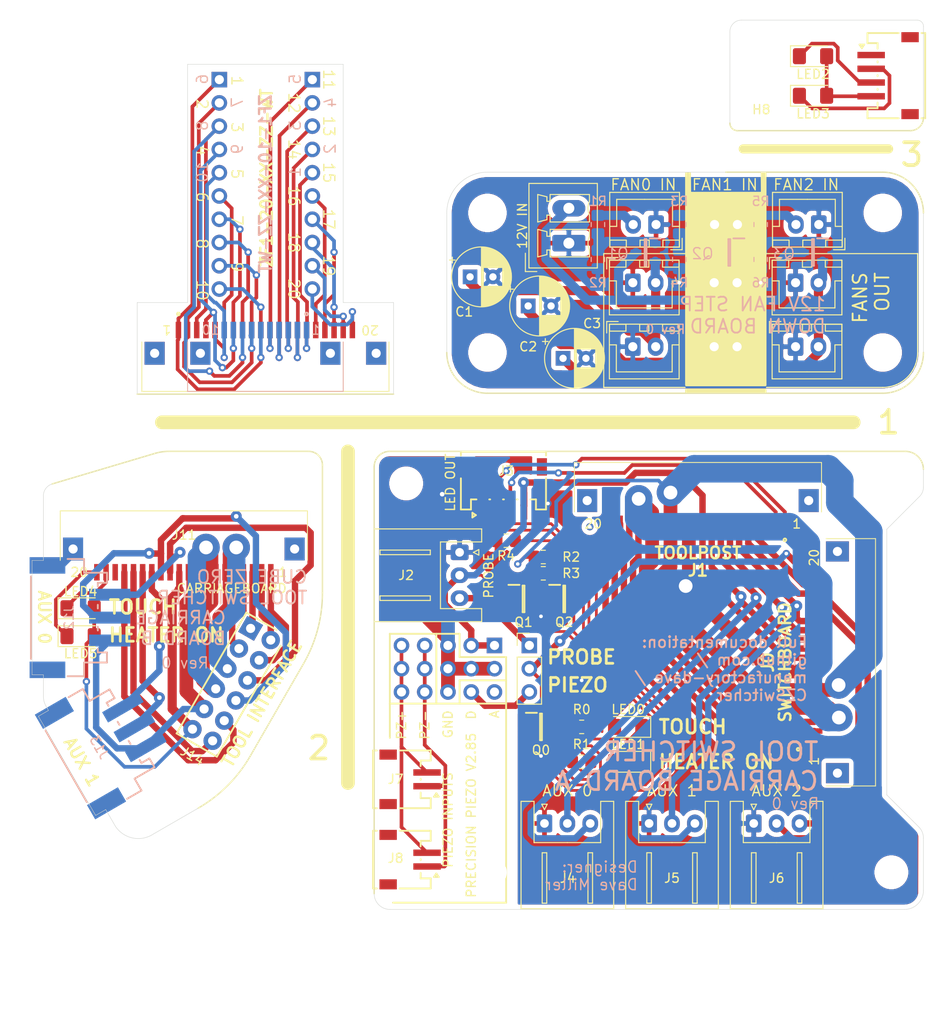
<source format=kicad_pcb>
(kicad_pcb (version 20171130) (host pcbnew "(5.1.9)-1")
  (layers (0 F.Cu signal) (31 B.Cu signal) (34 B.Paste user) (35 F.Paste user) (36 B.SilkS user) (37 F.SilkS user) (38 B.Mask user) (39 F.Mask user) (44 Edge.Cuts user))
  (net 0 "")
  (net 1 /HEATER_OUT)
  (net 2 /1B)
  (net 3 /2B)
  (net 4 /2A)
  (net 5 /1A)
  (net 6 /AUX0)
  (net 7 /AUX1)
  (net 8 +24V)
  (net 9 GND)
  (net 10 +3V3)
  (net 11 GND1)
  (net 12 /THERM_OUT)
  (net 13 /PROBE)
  (net 14 "Net-(J2-Pad3)")
  (net 15 /PZ+)
  (net 16 /PZ-)
  (net 17 /GND1_1)
  (net 18 /THERM_OUT_1)
  (net 19 /GND_1)
  (net 20 /AUX0_1)
  (net 21 /HEATER_OUT_1)
  (net 22 /24V_1)
  (net 23 /1A_1)
  (net 24 /2A_1)
  (net 25 /2B_1)
  (net 26 /1B_1)
  (net 27 "Net-(JP0-Pad3)")
  (net 28 /3V3_1)
  (net 29 /V_AUX2)
  (net 30 /AUX2)
  (net 31 /V_AUX1)
  (net 32 /V_AUX0)
  (net 33 /AUX1_1)
  (net 34 /V_AUX1_1)
  (net 35 /V_AUX0_1)
  (net 36 /PROBELED-)
  (net 37 "Net-(Q0-Pad3)")
  (net 38 "Net-(Q1-Pad1)")
  (net 39 /PROBELED-_1)
  (net 40 "Net-(Q1-Pad3)")
  (net 41 "Net-(J0-Pad22)")
  (net 42 "Net-(J0-Pad21)")
  (net 43 "Net-(J1-Pad22)")
  (net 44 "Net-(J1-Pad21)")
  (net 45 "Net-(J1-Pad3)")
  (net 46 "Net-(J10-Pad4)")
  (net 47 "Net-(J10-Pad3)")
  (net 48 "Net-(J10-Pad2)")
  (net 49 "Net-(J10-Pad1)")
  (net 50 "Net-(J11-Pad22)")
  (net 51 "Net-(J11-Pad21)")
  (net 52 "Net-(J11-Pad18)")
  (net 53 "Net-(PCB0-Pad11)")
  (net 54 /HEATLED-)
  (net 55 "Net-(J3-Pad1)")
  (net 56 "Net-(Q2-Pad3)")
  (net 57 /HEATLED-_1)
  (net 58 +12V)
  (net 59 /FAN0_OUT)
  (net 60 /FAN1_OUT)
  (net 61 /FAN2_OUT)
  (net 62 "Net-(Q2-Pad1)")
  (net 63 "Net-(Q3-Pad1)")
  (net 64 "Net-(J2-Pad2)")
  (net 65 "Net-(J5-Pad2)")
  (net 66 "Net-(J8-Pad2)")
  (net 67 "Net-(ax13-Pad10)")
  (net 68 "Net-(ax13-Pad9)")
  (net 69 "Net-(ax13-Pad8)")
  (net 70 "Net-(ax13-Pad7)")
  (net 71 "Net-(ax13-Pad6)")
  (net 72 "Net-(ax13-Pad5)")
  (net 73 "Net-(ax13-Pad4)")
  (net 74 "Net-(ax13-Pad3)")
  (net 75 "Net-(ax13-Pad2)")
  (net 76 "Net-(ax13-Pad1)")
  (net 77 "Net-(ax15-Pad9)")
  (net 78 "Net-(ax15-Pad7)")
  (net 79 "Net-(ax15-Pad5)")
  (net 80 "Net-(ax15-Pad3)")
  (net 81 "Net-(ax15-Pad1)")
  (net 82 "Net-(ax15-Pad10)")
  (net 83 "Net-(ax15-Pad8)")
  (net 84 "Net-(ax15-Pad6)")
  (net 85 "Net-(ax15-Pad4)")
  (net 86 "Net-(ax15-Pad2)")
  (module 0c-boards:ZF1-20-XX-ZZ-WT_Handsolder (layer F.Cu) (at 162.055 73.9485 180)
    (fp_text reference J1 (at 0 -5.08) (layer F.SilkS) (effects (font (size 1.27 1.27) (thickness 0.254))))
    (fp_text value TOOLPOST (at 0 -3.175) (layer F.SilkS) (effects (font (size 1.27 1.27) (thickness 0.254))))
    (fp_text user 1 (at -10.795 0) (layer F.SilkS))
    (fp_text user 20 (at 11.43 0) (layer F.SilkS))
    (pad 1 smd rect (at -9.5 0 180) (size 0.6 1.8) (layers F.Cu F.Paste F.Mask) (net 54 /HEATLED-))
    (pad 2 smd rect (at -8.5 0 180) (size 0.6 1.8) (layers F.Cu F.Paste F.Mask) (net 36 /PROBELED-))
    (pad 3 smd rect (at -7.5 0 180) (size 0.6 1.8) (layers F.Cu F.Paste F.Mask) (net 45 "Net-(J1-Pad3)"))
    (pad 4 smd rect (at -6.5 0 180) (size 0.6 1.8) (layers F.Cu F.Paste F.Mask) (net 12 /THERM_OUT))
    (pad 5 smd rect (at -5.5 0 180) (size 0.6 1.8) (layers F.Cu F.Paste F.Mask) (net 11 GND1))
    (pad 6 smd rect (at -4.5 0 180) (size 0.6 1.8) (layers F.Cu F.Paste F.Mask) (net 7 /AUX1))
    (pad 7 smd rect (at -3.5 0 180) (size 0.6 1.8) (layers F.Cu F.Paste F.Mask) (net 31 /V_AUX1))
    (pad 8 smd rect (at -2.5 0 180) (size 0.6 1.8) (layers F.Cu F.Paste F.Mask) (net 6 /AUX0))
    (pad 9 smd rect (at -1.5 0 180) (size 0.6 1.8) (layers F.Cu F.Paste F.Mask) (net 32 /V_AUX0))
    (pad 10 smd rect (at -0.5 0 180) (size 0.6 1.8) (layers F.Cu F.Paste F.Mask) (net 10 +3V3))
    (pad 11 smd rect (at 0.5 0 180) (size 0.6 1.8) (layers F.Cu F.Paste F.Mask) (net 9 GND))
    (pad 12 smd rect (at 1.5 0 180) (size 0.6 1.8) (layers F.Cu F.Paste F.Mask) (net 9 GND))
    (pad 13 smd rect (at 2.5 0 180) (size 0.6 1.8) (layers F.Cu F.Paste F.Mask) (net 1 /HEATER_OUT))
    (pad 14 smd rect (at 3.5 0 180) (size 0.6 1.8) (layers F.Cu F.Paste F.Mask) (net 1 /HEATER_OUT))
    (pad 15 smd rect (at 4.5 0 180) (size 0.6 1.8) (layers F.Cu F.Paste F.Mask) (net 8 +24V))
    (pad 16 smd rect (at 5.5 0 180) (size 0.6 1.8) (layers F.Cu F.Paste F.Mask) (net 8 +24V))
    (pad 17 smd rect (at 6.5 0 180) (size 0.6 1.8) (layers F.Cu F.Paste F.Mask) (net 5 /1A))
    (pad 18 smd rect (at 7.5 0 180) (size 0.6 1.8) (layers F.Cu F.Paste F.Mask) (net 4 /2A))
    (pad 19 smd rect (at 8.5 0 180) (size 0.6 1.8) (layers F.Cu F.Paste F.Mask) (net 3 /2B))
    (pad 20 smd rect (at 9.5 0 180) (size 0.6 1.8) (layers F.Cu F.Paste F.Mask) (net 2 /1B))
    (pad 21 thru_hole rect (at -12.1 2.54 180) (size 2.2 2.5) (drill 1) (layers *.Cu *.Mask) (net 44 "Net-(J1-Pad21)"))
    (pad 22 thru_hole rect (at 12.1 2.54 180) (size 2.2 2.5) (drill 1) (layers *.Cu *.Mask) (net 43 "Net-(J1-Pad22)"))
  )
  (module 0c-boards:ZF1-20-XX-ZZ-WT_Handsolder (layer F.Cu) (at 105.897 79.233136 180)
    (fp_text reference J11 (at -0.024 4.073136) (layer F.SilkS))
    (fp_text value CARRIAGEBOARD (at -5.231 -1.768864) (layer F.SilkS))
    (fp_text user 1 (at -10.795 0) (layer F.SilkS))
    (fp_text user 20 (at 11.43 0) (layer F.SilkS))
    (pad 1 smd rect (at -9.5 0 180) (size 0.6 1.8) (layers F.Cu F.Paste F.Mask) (net 26 /1B_1))
    (pad 2 smd rect (at -8.5 0 180) (size 0.6 1.8) (layers F.Cu F.Paste F.Mask) (net 25 /2B_1))
    (pad 3 smd rect (at -7.5 0 180) (size 0.6 1.8) (layers F.Cu F.Paste F.Mask) (net 24 /2A_1))
    (pad 4 smd rect (at -6.5 0 180) (size 0.6 1.8) (layers F.Cu F.Paste F.Mask) (net 23 /1A_1))
    (pad 5 smd rect (at -5.5 0 180) (size 0.6 1.8) (layers F.Cu F.Paste F.Mask) (net 22 /24V_1))
    (pad 6 smd rect (at -4.5 0 180) (size 0.6 1.8) (layers F.Cu F.Paste F.Mask) (net 22 /24V_1))
    (pad 7 smd rect (at -3.5 0 180) (size 0.6 1.8) (layers F.Cu F.Paste F.Mask) (net 21 /HEATER_OUT_1))
    (pad 8 smd rect (at -2.5 0 180) (size 0.6 1.8) (layers F.Cu F.Paste F.Mask) (net 21 /HEATER_OUT_1))
    (pad 9 smd rect (at -1.5 0 180) (size 0.6 1.8) (layers F.Cu F.Paste F.Mask) (net 19 /GND_1))
    (pad 10 smd rect (at -0.5 0 180) (size 0.6 1.8) (layers F.Cu F.Paste F.Mask) (net 19 /GND_1))
    (pad 11 smd rect (at 0.5 0 180) (size 0.6 1.8) (layers F.Cu F.Paste F.Mask) (net 28 /3V3_1))
    (pad 12 smd rect (at 1.5 0 180) (size 0.6 1.8) (layers F.Cu F.Paste F.Mask) (net 35 /V_AUX0_1))
    (pad 13 smd rect (at 2.5 0 180) (size 0.6 1.8) (layers F.Cu F.Paste F.Mask) (net 20 /AUX0_1))
    (pad 14 smd rect (at 3.5 0 180) (size 0.6 1.8) (layers F.Cu F.Paste F.Mask) (net 34 /V_AUX1_1))
    (pad 15 smd rect (at 4.5 0 180) (size 0.6 1.8) (layers F.Cu F.Paste F.Mask) (net 33 /AUX1_1))
    (pad 16 smd rect (at 5.5 0 180) (size 0.6 1.8) (layers F.Cu F.Paste F.Mask) (net 17 /GND1_1))
    (pad 17 smd rect (at 6.5 0 180) (size 0.6 1.8) (layers F.Cu F.Paste F.Mask) (net 18 /THERM_OUT_1))
    (pad 18 smd rect (at 7.5 0 180) (size 0.6 1.8) (layers F.Cu F.Paste F.Mask) (net 52 "Net-(J11-Pad18)"))
    (pad 19 smd rect (at 8.5 0 180) (size 0.6 1.8) (layers F.Cu F.Paste F.Mask) (net 39 /PROBELED-_1))
    (pad 20 smd rect (at 9.5 0 180) (size 0.6 1.8) (layers F.Cu F.Paste F.Mask) (net 57 /HEATLED-_1))
    (pad 21 thru_hole rect (at -12.1 2.54 180) (size 2.2 2.5) (drill 1) (layers *.Cu *.Mask) (net 51 "Net-(J11-Pad21)"))
    (pad 22 thru_hole rect (at 12.1 2.54 180) (size 2.2 2.5) (drill 1) (layers *.Cu *.Mask) (net 50 "Net-(J11-Pad22)"))
  )
  (module 0c-boards:ZF1-20-XX-ZZ-WT_Handsolder (layer F.Cu) (at 174.755 89.0615 90)
    (fp_text reference J0 (at 0 -5.08 90) (layer F.SilkS) (effects (font (size 1.27 1.27) (thickness 0.254))))
    (fp_text value SWITCHBOARD (at 0 -3.175 90) (layer F.SilkS) (effects (font (size 1.27 1.27) (thickness 0.254))))
    (fp_text user 1 (at -10.795 0 90) (layer F.SilkS))
    (fp_text user 20 (at 11.43 0 90) (layer F.SilkS))
    (pad 1 smd rect (at -9.5 0 90) (size 0.6 1.8) (layers F.Cu F.Paste F.Mask) (net 2 /1B))
    (pad 2 smd rect (at -8.5 0 90) (size 0.6 1.8) (layers F.Cu F.Paste F.Mask) (net 3 /2B))
    (pad 3 smd rect (at -7.5 0 90) (size 0.6 1.8) (layers F.Cu F.Paste F.Mask) (net 4 /2A))
    (pad 4 smd rect (at -6.5 0 90) (size 0.6 1.8) (layers F.Cu F.Paste F.Mask) (net 5 /1A))
    (pad 5 smd rect (at -5.5 0 90) (size 0.6 1.8) (layers F.Cu F.Paste F.Mask) (net 8 +24V))
    (pad 6 smd rect (at -4.5 0 90) (size 0.6 1.8) (layers F.Cu F.Paste F.Mask) (net 8 +24V))
    (pad 7 smd rect (at -3.5 0 90) (size 0.6 1.8) (layers F.Cu F.Paste F.Mask) (net 1 /HEATER_OUT))
    (pad 8 smd rect (at -2.5 0 90) (size 0.6 1.8) (layers F.Cu F.Paste F.Mask) (net 1 /HEATER_OUT))
    (pad 9 smd rect (at -1.5 0 90) (size 0.6 1.8) (layers F.Cu F.Paste F.Mask) (net 9 GND))
    (pad 10 smd rect (at -0.5 0 90) (size 0.6 1.8) (layers F.Cu F.Paste F.Mask) (net 9 GND))
    (pad 11 smd rect (at 0.5 0 90) (size 0.6 1.8) (layers F.Cu F.Paste F.Mask) (net 10 +3V3))
    (pad 12 smd rect (at 1.5 0 90) (size 0.6 1.8) (layers F.Cu F.Paste F.Mask) (net 32 /V_AUX0))
    (pad 13 smd rect (at 2.5 0 90) (size 0.6 1.8) (layers F.Cu F.Paste F.Mask) (net 6 /AUX0))
    (pad 14 smd rect (at 3.5 0 90) (size 0.6 1.8) (layers F.Cu F.Paste F.Mask) (net 31 /V_AUX1))
    (pad 15 smd rect (at 4.5 0 90) (size 0.6 1.8) (layers F.Cu F.Paste F.Mask) (net 7 /AUX1))
    (pad 16 smd rect (at 5.5 0 90) (size 0.6 1.8) (layers F.Cu F.Paste F.Mask) (net 29 /V_AUX2))
    (pad 17 smd rect (at 6.5 0 90) (size 0.6 1.8) (layers F.Cu F.Paste F.Mask) (net 30 /AUX2))
    (pad 18 smd rect (at 7.5 0 90) (size 0.6 1.8) (layers F.Cu F.Paste F.Mask) (net 11 GND1))
    (pad 19 smd rect (at 8.5 0 90) (size 0.6 1.8) (layers F.Cu F.Paste F.Mask) (net 12 /THERM_OUT))
    (pad 20 smd rect (at 9.5 0 90) (size 0.6 1.8) (layers F.Cu F.Paste F.Mask) (net 13 /PROBE))
    (pad 21 thru_hole rect (at -12.1 2.54 90) (size 2.2 2.5) (drill 1) (layers *.Cu *.Mask) (net 42 "Net-(J0-Pad21)"))
    (pad 22 thru_hole rect (at 12.1 2.54 90) (size 2.2 2.5) (drill 1) (layers *.Cu *.Mask) (net 41 "Net-(J0-Pad22)"))
  )
  (module 1SamacSys_Parts:JST-XH_2.50MM_03x01_SMT (layer B.Cu) (at 100.490496 96.115586 120)
    (fp_text reference J13 (at 0 -4.445 120) (layer B.SilkS) (effects (justify mirror)))
    (fp_text value "AUX 1" (at -0.426301 -6.880452 120) (layer F.SilkS) (effects (font (size 1.27 1.27) (thickness 0.254))))
    (pad 1 smd rect (at -2.5 0 120) (size 1.3 4.5) (layers B.Cu B.Paste B.Mask) (net 19 /GND_1))
    (pad 2 smd rect (at 0 0 120) (size 1.3 4.5) (layers B.Cu B.Paste B.Mask) (net 33 /AUX1_1))
    (pad 3 smd rect (at 2.5 0 120) (size 1.3 4.5) (layers B.Cu B.Paste B.Mask) (net 34 /V_AUX1_1))
    (pad 4 smd rect (at -5.7 -6.8 120) (size 1.8 3.9) (layers B.Cu B.Paste B.Mask))
    (pad 5 smd rect (at 5.7 -6.8 120) (size 1.8 3.9) (layers B.Cu B.Paste B.Mask))
  )
  (module 1SamacSys_Parts:JST-XH_2.50MM_03x01_SMT (layer B.Cu) (at 97.796999 84.183136 90)
    (fp_text reference J12 (at 0 -4.445 90) (layer B.SilkS) (effects (justify mirror)))
    (fp_text value "AUX 0")
    (pad 1 smd rect (at -2.5 0 90) (size 1.3 4.5) (layers B.Cu B.Paste B.Mask) (net 19 /GND_1))
    (pad 2 smd rect (at 0 0 90) (size 1.3 4.5) (layers B.Cu B.Paste B.Mask) (net 20 /AUX0_1))
    (pad 3 smd rect (at 2.5 0 90) (size 1.3 4.5) (layers B.Cu B.Paste B.Mask) (net 35 /V_AUX0_1))
    (pad 4 smd rect (at -5.7 -6.8 90) (size 1.8 3.9) (layers B.Cu B.Paste B.Mask))
    (pad 5 smd rect (at 5.7 -6.8 90) (size 1.8 3.9) (layers B.Cu B.Paste B.Mask))
  )
  (module 0c-boards:813-S1-012-10-014101 (layer F.Cu) (at 115.389058 86.631248 240)
    (fp_text reference J14 (at 15.25233 1.100306 150) (layer F.SilkS))
    (fp_text value "TOOL INTERFACE" (at 6.492995 -2.641307 60) (layer F.SilkS) (effects (font (size 1.27 1.27) (thickness 0.254))))
    (pad 12 thru_hole circle (at 12.7 0 240) (size 2 2) (drill 1) (layers *.Cu *.Mask) (net 17 /GND1_1))
    (pad 10 thru_hole circle (at 10.16 0 240) (size 2 2) (drill 1) (layers *.Cu *.Mask) (net 18 /THERM_OUT_1))
    (pad 8 thru_hole circle (at 7.62 0 240) (size 2 2) (drill 1) (layers *.Cu *.Mask) (net 20 /AUX0_1))
    (pad 6 thru_hole circle (at 5.08 0 240) (size 2 2) (drill 1) (layers *.Cu *.Mask) (net 35 /V_AUX0_1))
    (pad 4 thru_hole circle (at 2.54 0 240) (size 2 2) (drill 1) (layers *.Cu *.Mask) (net 26 /1B_1))
    (pad 11 thru_hole circle (at 12.7 2.54 240) (size 2 2) (drill 1) (layers *.Cu *.Mask) (net 28 /3V3_1))
    (pad 9 thru_hole circle (at 10.16 2.54 240) (size 2 2) (drill 1) (layers *.Cu *.Mask) (net 19 /GND_1))
    (pad 7 thru_hole circle (at 7.62 2.54 240) (size 2 2) (drill 1) (layers *.Cu *.Mask) (net 21 /HEATER_OUT_1))
    (pad 5 thru_hole circle (at 5.08 2.54 240) (size 2 2) (drill 1) (layers *.Cu *.Mask) (net 22 /24V_1))
    (pad 3 thru_hole circle (at 2.54 2.54 240) (size 2 2) (drill 1) (layers *.Cu *.Mask) (net 23 /1A_1))
    (pad 1 thru_hole rect (at 0 2.54 240) (size 2 2) (drill 1) (layers *.Cu *.Mask) (net 24 /2A_1))
    (pad 2 thru_hole circle (at 0 0 240) (size 2 2) (drill 1) (layers *.Cu *.Mask) (net 25 /2B_1))
  )
  (module 0Mosfets:SUPER-SOT-3 (layer F.Cu) (at 143.005 82.14)
    (fp_text reference Q1 (at 0 2.54) (layer F.SilkS))
    (fp_text value NTR1P02T1G)
    (pad 1 smd rect (at -1.05 -0.96 90) (size 0.65 1.2) (layers F.Cu F.Paste F.Mask) (net 38 "Net-(Q1-Pad1)"))
    (pad 2 smd rect (at -1.05 0.96 90) (size 0.65 1.2) (layers F.Cu F.Paste F.Mask) (net 10 +3V3))
    (pad 3 smd rect (at 1.05 0 90) (size 0.65 1.2) (layers F.Cu F.Paste F.Mask) (net 40 "Net-(Q1-Pad3)"))
  )
  (module Resistor_SMD:R_0805_2012Metric_Pad1.20x1.40mm_HandSolder (layer F.Cu) (at 141.1 75.79 180)
    (fp_text reference R4 (at 0 -1.65) (layer F.SilkS))
    (fp_text value 220R)
    (pad 2 smd roundrect (at 1 0 180) (size 1.2 1.4) (layers F.Cu F.Paste F.Mask) (roundrect_rratio 0.208333) (net 9 GND))
    (pad 1 smd roundrect (at -1 0 180) (size 1.2 1.4) (layers F.Cu F.Paste F.Mask) (roundrect_rratio 0.208333) (net 40 "Net-(Q1-Pad3)"))
  )
  (module 0Mosfets:SUPER-SOT-3 (layer F.Cu) (at 147.45 82.14)
    (fp_text reference Q2 (at 0 2.54) (layer F.SilkS))
    (fp_text value DMN3150L-7)
    (pad 1 smd rect (at -1.05 -0.96 90) (size 0.65 1.2) (layers F.Cu F.Paste F.Mask) (net 40 "Net-(Q1-Pad3)"))
    (pad 2 smd rect (at -1.05 0.96 90) (size 0.65 1.2) (layers F.Cu F.Paste F.Mask) (net 9 GND))
    (pad 3 smd rect (at 1.05 0 90) (size 0.65 1.2) (layers F.Cu F.Paste F.Mask) (net 56 "Net-(Q2-Pad3)"))
  )
  (module MountingHole:MountingHole_2.7mm_M2.5 (layer F.Cu) (at 168.978 25.023 180)
    (fp_text reference H8 (at 0 -3.7) (layer F.SilkS))
    (fp_text value MountingHole)
    (pad 1 np_thru_hole circle (at 0 0 180) (size 2.7 2.7) (drill 2.7) (layers *.Cu *.Mask))
  )
  (module 0_Daves_Stuff:JST-ZH_S2B-ZR-SM4A-TF (layer F.Cu) (at 132.464 111.35 90)
    (fp_text reference J8 (at 0.9 -3.429 180) (layer F.SilkS))
    (fp_text value "PIEZO 2")
    (pad 4 smd rect (at 3.45 -4.25 90) (size 1.1 1.9) (layers F.Cu F.Paste F.Mask))
    (pad 3 smd rect (at -1.95 -4.25 90) (size 1.1 1.9) (layers F.Cu F.Paste F.Mask))
    (pad 2 smd rect (at 1.5 0 90) (size 0.7 3) (layers F.Cu F.Paste F.Mask) (net 15 /PZ+))
    (pad 1 smd rect (at 0 0 90) (size 0.7 3) (layers F.Cu F.Paste F.Mask) (net 16 /PZ-))
  )
  (module 0_Daves_Stuff:JST-ZH_S2B-ZR-SM4A-TF (layer F.Cu) (at 132.464 102.587 90)
    (fp_text reference J7 (at 0.762 -3.429 180) (layer F.SilkS))
    (fp_text value "PIEZO 1")
    (pad 4 smd rect (at 3.45 -4.25 90) (size 1.1 1.9) (layers F.Cu F.Paste F.Mask))
    (pad 3 smd rect (at -1.95 -4.25 90) (size 1.1 1.9) (layers F.Cu F.Paste F.Mask))
    (pad 2 smd rect (at 1.5 0 90) (size 0.7 3) (layers F.Cu F.Paste F.Mask) (net 15 /PZ+))
    (pad 1 smd rect (at 0 0 90) (size 0.7 3) (layers F.Cu F.Paste F.Mask) (net 16 /PZ-))
  )
  (module 0_Daves_Stuff:JST-ZH_S4B-ZR-SM4A-TF (layer F.Cu) (at 138.56 71.98)
    (fp_text reference J3 (at 2.54 -3.81) (layer F.SilkS))
    (fp_text value "STATUS LED")
    (pad 6 smd rect (at 6.45 -4.25) (size 1.1 1.9) (layers F.Cu F.Paste F.Mask))
    (pad 5 smd rect (at -1.95 -4.25) (size 1.1 1.9) (layers F.Cu F.Paste F.Mask))
    (pad 4 smd rect (at 4.5 0) (size 0.7 3) (layers F.Cu F.Paste F.Mask) (net 10 +3V3))
    (pad 3 smd rect (at 3 0) (size 0.7 3) (layers F.Cu F.Paste F.Mask) (net 36 /PROBELED-))
    (pad 2 smd rect (at 1.5 0) (size 0.7 3) (layers F.Cu F.Paste F.Mask) (net 54 /HEATLED-))
    (pad 1 smd rect (at 0 0) (size 0.7 3) (layers F.Cu F.Paste F.Mask) (net 55 "Net-(J3-Pad1)"))
  )
  (module 0_Daves_Stuff:JST-ZH_S4B-ZR-SM4A-TF (layer F.Cu) (at 180.978 22.773 270)
    (fp_text reference J10)
    (fp_text value "STATUS LED")
    (pad 6 smd rect (at 6.45 -4.25 270) (size 1.1 1.9) (layers F.Cu F.Paste F.Mask))
    (pad 5 smd rect (at -1.95 -4.25 270) (size 1.1 1.9) (layers F.Cu F.Paste F.Mask))
    (pad 4 smd rect (at 4.5 0 270) (size 0.7 3) (layers F.Cu F.Paste F.Mask) (net 46 "Net-(J10-Pad4)"))
    (pad 3 smd rect (at 3 0 270) (size 0.7 3) (layers F.Cu F.Paste F.Mask) (net 47 "Net-(J10-Pad3)"))
    (pad 2 smd rect (at 1.5 0 270) (size 0.7 3) (layers F.Cu F.Paste F.Mask) (net 48 "Net-(J10-Pad2)"))
    (pad 1 smd rect (at 0 0 270) (size 0.7 3) (layers F.Cu F.Paste F.Mask) (net 49 "Net-(J10-Pad1)"))
  )
  (module Connector_JST:JST_XH_S3B-XH-A_1x03_P2.50mm_Horizontal (layer F.Cu) (at 136.02 77.06 270)
    (fp_text reference J2)
    (fp_text value PROBE (at 2.54 -3.175 270) (layer F.SilkS))
    (fp_text user %R (at 2.5 5.842) (layer F.SilkS))
    (pad 3 thru_hole oval (at 5 0 270) (size 1.7 1.95) (drill 0.95) (layers *.Cu *.Mask) (net 14 "Net-(J2-Pad3)"))
    (pad 2 thru_hole oval (at 2.5 0 270) (size 1.7 1.95) (drill 0.95) (layers *.Cu *.Mask) (net 10 +3V3))
    (pad 1 thru_hole roundrect (at 0 0 270) (size 1.7 1.95) (drill 0.95) (layers *.Cu *.Mask) (roundrect_rratio 0.147059) (net 9 GND))
  )
  (module Connector_JST:JST_XH_S3B-XH-A_1x03_P2.50mm_Horizontal (layer F.Cu) (at 168.151 106.651)
    (fp_text reference J6)
    (fp_text value "AUX 2" (at 2.5 -3.57) (layer F.SilkS) (effects (font (size 1.2 1.2))))
    (fp_text user %R (at 2.5 5.969) (layer F.SilkS))
    (pad 3 thru_hole oval (at 5 0) (size 1.7 1.95) (drill 0.95) (layers *.Cu *.Mask) (net 29 /V_AUX2))
    (pad 2 thru_hole oval (at 2.5 0) (size 1.7 1.95) (drill 0.95) (layers *.Cu *.Mask) (net 30 /AUX2))
    (pad 1 thru_hole roundrect (at 0 0) (size 1.7 1.95) (drill 0.95) (layers *.Cu *.Mask) (roundrect_rratio 0.147059) (net 9 GND))
  )
  (module Connector_JST:JST_XH_S3B-XH-A_1x03_P2.50mm_Horizontal (layer F.Cu) (at 156.721 106.651)
    (fp_text reference J5)
    (fp_text value "AUX 1" (at 2.5 -3.57) (layer F.SilkS) (effects (font (size 1.2 1.2))))
    (fp_text user %R (at 2.5 5.969) (layer F.SilkS))
    (pad 3 thru_hole oval (at 5 0) (size 1.7 1.95) (drill 0.95) (layers *.Cu *.Mask) (net 31 /V_AUX1))
    (pad 2 thru_hole oval (at 2.5 0) (size 1.7 1.95) (drill 0.95) (layers *.Cu *.Mask) (net 7 /AUX1))
    (pad 1 thru_hole roundrect (at 0 0) (size 1.7 1.95) (drill 0.95) (layers *.Cu *.Mask) (roundrect_rratio 0.147059) (net 9 GND))
  )
  (module Connector_JST:JST_XH_S3B-XH-A_1x03_P2.50mm_Horizontal (layer F.Cu) (at 145.291 106.651)
    (fp_text reference J4)
    (fp_text value "AUX 0" (at 2.5 -3.57) (layer F.SilkS) (effects (font (size 1.2 1.2))))
    (fp_text user %R (at 2.54 5.969) (layer F.SilkS))
    (pad 3 thru_hole oval (at 5 0) (size 1.7 1.95) (drill 0.95) (layers *.Cu *.Mask) (net 32 /V_AUX0))
    (pad 2 thru_hole oval (at 2.5 0) (size 1.7 1.95) (drill 0.95) (layers *.Cu *.Mask) (net 6 /AUX0))
    (pad 1 thru_hole roundrect (at 0 0) (size 1.7 1.95) (drill 0.95) (layers *.Cu *.Mask) (roundrect_rratio 0.147059) (net 9 GND))
  )
  (module 0Mosfets:SUPER-SOT-3 (layer F.Cu) (at 144.91 96.11)
    (fp_text reference Q0 (at 0 2.54) (layer F.SilkS))
    (fp_text value DMN3150L-7)
    (pad 1 smd rect (at -1.05 -0.96 90) (size 0.65 1.2) (layers F.Cu F.Paste F.Mask) (net 13 /PROBE))
    (pad 2 smd rect (at -1.05 0.96 90) (size 0.65 1.2) (layers F.Cu F.Paste F.Mask) (net 9 GND))
    (pad 3 smd rect (at 1.05 0 90) (size 0.65 1.2) (layers F.Cu F.Paste F.Mask) (net 37 "Net-(Q0-Pad3)"))
  )
  (module Resistor_SMD:R_0805_2012Metric_Pad1.20x1.40mm_HandSolder (layer F.Cu) (at 145.164 79.346 180)
    (fp_text reference R3 (at -3.048 0) (layer F.SilkS))
    (fp_text value 39k)
    (pad 2 smd roundrect (at 1 0 180) (size 1.2 1.4) (layers F.Cu F.Paste F.Mask) (roundrect_rratio 0.208333) (net 9 GND))
    (pad 1 smd roundrect (at -1 0 180) (size 1.2 1.4) (layers F.Cu F.Paste F.Mask) (roundrect_rratio 0.208333) (net 38 "Net-(Q1-Pad1)"))
  )
  (module Resistor_SMD:R_0805_2012Metric_Pad1.20x1.40mm_HandSolder (layer F.Cu) (at 145.164 77.568)
    (fp_text reference R2 (at 3.048 0) (layer F.SilkS))
    (fp_text value 39k)
    (pad 2 smd roundrect (at 1 0) (size 1.2 1.4) (layers F.Cu F.Paste F.Mask) (roundrect_rratio 0.208333) (net 38 "Net-(Q1-Pad1)"))
    (pad 1 smd roundrect (at -1 0) (size 1.2 1.4) (layers F.Cu F.Paste F.Mask) (roundrect_rratio 0.208333) (net 1 /HEATER_OUT))
  )
  (module Resistor_SMD:R_0805_2012Metric_Pad1.20x1.40mm_HandSolder (layer F.Cu) (at 149.355 99.92)
    (fp_text reference R1 (at 0 -1.905) (layer F.SilkS))
    (fp_text value 51R)
    (pad 2 smd roundrect (at 1 0) (size 1.2 1.4) (layers F.Cu F.Paste F.Mask) (roundrect_rratio 0.208333) (net 56 "Net-(Q2-Pad3)"))
    (pad 1 smd roundrect (at -1 0) (size 1.2 1.4) (layers F.Cu F.Paste F.Mask) (roundrect_rratio 0.208333) (net 54 /HEATLED-))
  )
  (module Resistor_SMD:R_0805_2012Metric_Pad1.20x1.40mm_HandSolder (layer F.Cu) (at 149.355 96.11)
    (fp_text reference R0 (at 0 -1.905) (layer F.SilkS))
    (fp_text value 39R)
    (pad 2 smd roundrect (at 1 0) (size 1.2 1.4) (layers F.Cu F.Paste F.Mask) (roundrect_rratio 0.208333) (net 37 "Net-(Q0-Pad3)"))
    (pad 1 smd roundrect (at -1 0) (size 1.2 1.4) (layers F.Cu F.Paste F.Mask) (roundrect_rratio 0.208333) (net 36 /PROBELED-))
  )
  (module LED_SMD:LED_1206_3216Metric_Pad1.42x1.75mm_HandSolder (layer F.Cu) (at 94.618 86.209)
    (fp_text reference LED5 (at 0 1.905) (layer F.SilkS))
    (fp_text value APTD3216LSYCK)
    (pad 2 smd roundrect (at 1.4875 0) (size 1.425 1.75) (layers F.Cu F.Paste F.Mask) (roundrect_rratio 0.175439) (net 28 /3V3_1))
    (pad 1 smd roundrect (at -1.4875 0) (size 1.425 1.75) (layers F.Cu F.Paste F.Mask) (roundrect_rratio 0.175439) (net 57 /HEATLED-_1))
  )
  (module LED_SMD:LED_1206_3216Metric_Pad1.42x1.75mm_HandSolder (layer F.Cu) (at 94.618 83.161)
    (fp_text reference LED4 (at 0 -1.82) (layer F.SilkS))
    (fp_text value APTD3216LVBC_D)
    (pad 2 smd roundrect (at 1.4875 0) (size 1.425 1.75) (layers F.Cu F.Paste F.Mask) (roundrect_rratio 0.175439) (net 28 /3V3_1))
    (pad 1 smd roundrect (at -1.4875 0) (size 1.425 1.75) (layers F.Cu F.Paste F.Mask) (roundrect_rratio 0.175439) (net 39 /PROBELED-_1))
  )
  (module LED_SMD:LED_1206_3216Metric_Pad1.42x1.75mm_HandSolder (layer F.Cu) (at 174.628 27.218)
    (fp_text reference LED3 (at 0 1.964) (layer F.SilkS))
    (fp_text value APTD3216LSYCK)
    (pad 2 smd roundrect (at 1.4875 0) (size 1.425 1.75) (layers F.Cu F.Paste F.Mask) (roundrect_rratio 0.175439) (net 46 "Net-(J10-Pad4)"))
    (pad 1 smd roundrect (at -1.4875 0) (size 1.425 1.75) (layers F.Cu F.Paste F.Mask) (roundrect_rratio 0.175439) (net 48 "Net-(J10-Pad2)"))
  )
  (module LED_SMD:LED_1206_3216Metric_Pad1.42x1.75mm_HandSolder (layer F.Cu) (at 174.628 22.9)
    (fp_text reference LED2 (at 0 1.964) (layer F.SilkS))
    (fp_text value APTD3216LVBC_D)
    (pad 2 smd roundrect (at 1.4875 0) (size 1.425 1.75) (layers F.Cu F.Paste F.Mask) (roundrect_rratio 0.175439) (net 46 "Net-(J10-Pad4)"))
    (pad 1 smd roundrect (at -1.4875 0) (size 1.425 1.75) (layers F.Cu F.Paste F.Mask) (roundrect_rratio 0.175439) (net 47 "Net-(J10-Pad3)"))
  )
  (module LED_SMD:LED_1206_3216Metric_Pad1.42x1.75mm_HandSolder (layer F.Cu) (at 154.435 99.92 180)
    (fp_text reference LED1 (at 0 1.905) (layer F.SilkS))
    (fp_text value APTD3216LSYCK)
    (pad 2 smd roundrect (at 1.4875 0 180) (size 1.425 1.75) (layers F.Cu F.Paste F.Mask) (roundrect_rratio 0.175439) (net 10 +3V3))
    (pad 1 smd roundrect (at -1.4875 0 180) (size 1.425 1.75) (layers F.Cu F.Paste F.Mask) (roundrect_rratio 0.175439) (net 54 /HEATLED-))
  )
  (module LED_SMD:LED_1206_3216Metric_Pad1.42x1.75mm_HandSolder (layer F.Cu) (at 154.435 96.11 180)
    (fp_text reference LED0 (at 0 1.905) (layer F.SilkS))
    (fp_text value APTD3216LVBC_D)
    (pad 2 smd roundrect (at 1.4875 0 180) (size 1.425 1.75) (layers F.Cu F.Paste F.Mask) (roundrect_rratio 0.175439) (net 10 +3V3))
    (pad 1 smd roundrect (at -1.4875 0 180) (size 1.425 1.75) (layers F.Cu F.Paste F.Mask) (roundrect_rratio 0.175439) (net 36 /PROBELED-))
  )
  (module MountingHole:MountingHole_2.7mm_M2.5 (layer F.Cu) (at 100.9214 105.295612)
    (fp_text reference H1)
    (fp_text value MountingHole)
    (pad 1 np_thru_hole circle (at 0 0) (size 2.7 2.7) (drill 2.7) (layers *.Cu *.Mask))
  )
  (module MountingHole:MountingHole_2.7mm_M2.5 (layer F.Cu) (at 106.897 69.033136)
    (fp_text reference H3)
    (fp_text value MountingHole)
    (pad 1 np_thru_hole circle (at 0 0) (size 2.7 2.7) (drill 2.7) (layers *.Cu *.Mask))
  )
  (module MountingHole:MountingHole_2.7mm_M2.5 (layer F.Cu) (at 117.897 69.033136)
    (fp_text reference H2)
    (fp_text value MountingHole)
    (pad 1 np_thru_hole circle (at 0 0) (size 2.7 2.7) (drill 2.7) (layers *.Cu *.Mask))
  )
  (module MountingHole:MountingHole_2.7mm_M2.5 (layer F.Cu) (at 139.83 111.985)
    (fp_text reference H5)
    (fp_text value MountingHole)
    (pad 1 np_thru_hole circle (at 0 0) (size 2.7 2.7) (drill 2.7) (layers *.Cu *.Mask))
  )
  (module MountingHole:MountingHole_2.7mm_M2.5 (layer F.Cu) (at 130.186002 69.536)
    (fp_text reference H4)
    (fp_text value MountingHole)
    (pad 1 np_thru_hole circle (at 0 0) (size 2.7 2.7) (drill 2.7) (layers *.Cu *.Mask))
  )
  (module Connector_PinHeader_2.54mm:PinHeader_1x03_P2.54mm_Vertical (layer F.Cu) (at 143.64 87.22)
    (fp_text reference JP0)
    (fp_text value "PIEZO / PROBE SELECT")
    (pad 1 thru_hole rect (at 0 0) (size 1.7 1.7) (drill 1) (layers *.Cu *.Mask) (net 14 "Net-(J2-Pad3)"))
    (pad 2 thru_hole oval (at 0 2.54) (size 1.7 1.7) (drill 1) (layers *.Cu *.Mask) (net 13 /PROBE))
    (pad 3 thru_hole oval (at 0 5.08) (size 1.7 1.7) (drill 1) (layers *.Cu *.Mask) (net 27 "Net-(JP0-Pad3)"))
  )
  (module MountingHole:MountingHole_2.7mm_M2.5 (layer F.Cu) (at 183.186 111.985)
    (fp_text reference H7)
    (fp_text value MountingHole)
    (pad 1 np_thru_hole circle (at 0 0) (size 2.7 2.7) (drill 2.7) (layers *.Cu *.Mask))
  )
  (module 0c-boards:Precision_Piezo_2.85 (layer F.Cu) (at 134.75 92.3 90)
    (fp_text reference PCB0)
    (fp_text value PrecisionPiezo285)
    (fp_text user "PRECISION PIEZO V2.85" (at -13.462 2.54 90) (layer F.SilkS))
    (fp_text user PZ+ (at -1.905 -5.08 90) (layer F.SilkS) (effects (justify right)))
    (fp_text user PZ- (at -1.905 -2.54 90) (layer F.SilkS) (effects (justify right)))
    (fp_text user A (at -1.905 5.08 90) (layer F.SilkS) (effects (justify right)))
    (fp_text user D (at -1.905 2.54 90) (layer F.SilkS) (effects (justify right)))
    (fp_text user GND (at -1.905 0 90) (layer F.SilkS) (effects (justify right)))
    (pad 13 thru_hole oval (at 0 0 90) (size 1.7 1.7) (drill 1) (layers *.Cu *.Mask) (net 9 GND))
    (pad 14 thru_hole oval (at 0 -2.54 90) (size 1.7 1.7) (drill 1) (layers *.Cu *.Mask) (net 16 /PZ-))
    (pad 12 thru_hole oval (at 0 2.54 90) (size 1.7 1.7) (drill 1) (layers *.Cu *.Mask) (net 27 "Net-(JP0-Pad3)"))
    (pad 11 thru_hole oval (at 0 5.08 90) (size 1.7 1.7) (drill 1) (layers *.Cu *.Mask) (net 53 "Net-(PCB0-Pad11)"))
    (pad 15 thru_hole oval (at 0 -5.08 90) (size 1.7 1.7) (drill 1) (layers *.Cu *.Mask) (net 15 /PZ+))
    (pad 10 thru_hole oval (at 2.54 -5.08 90) (size 1.7 1.7) (drill 1) (layers *.Cu *.Mask) (net 15 /PZ+))
    (pad 9 thru_hole oval (at 2.54 -2.54 90) (size 1.7 1.7) (drill 1) (layers *.Cu *.Mask) (net 16 /PZ-))
    (pad 8 thru_hole oval (at 2.54 0 90) (size 1.7 1.7) (drill 1) (layers *.Cu *.Mask) (net 9 GND))
    (pad 7 thru_hole oval (at 2.54 2.54 90) (size 1.7 1.7) (drill 1) (layers *.Cu *.Mask) (net 9 GND))
    (pad 6 thru_hole oval (at 2.54 5.08 90) (size 1.7 1.7) (drill 1) (layers *.Cu *.Mask) (net 9 GND))
    (pad 5 thru_hole oval (at 5.08 -5.08 90) (size 1.7 1.7) (drill 1) (layers *.Cu *.Mask) (net 15 /PZ+))
    (pad 4 thru_hole oval (at 5.08 -2.54 90) (size 1.7 1.7) (drill 1) (layers *.Cu *.Mask) (net 16 /PZ-))
    (pad 3 thru_hole oval (at 5.08 0 90) (size 1.7 1.7) (drill 1) (layers *.Cu *.Mask) (net 9 GND))
    (pad 2 thru_hole oval (at 5.08 2.54 90) (size 1.7 1.7) (drill 1) (layers *.Cu *.Mask) (net 10 +3V3))
    (pad 1 thru_hole rect (at 5.08 5.08 90) (size 1.7 1.7) (drill 1) (layers *.Cu *.Mask) (net 10 +3V3))
  )
  (module MountingHole:MountingHole_2.7mm_M2.5 (layer F.Cu) (at 183.186 69.536)
    (fp_text reference H6)
    (fp_text value MountingHole)
    (pad 1 np_thru_hole circle (at 0 0) (size 2.7 2.7) (drill 2.7) (layers *.Cu *.Mask))
  )
  (module Connector_Phoenix_MC:PhoenixContact_MCV_1,5_2-G-3.81_1x02_P3.81mm_Vertical (layer F.Cu) (at 147.955 43.307 90)
    (fp_text reference J1)
    (fp_text value "12V IN" (at 1.905 -5.08 90 unlocked) (layer F.SilkS))
    (pad 2 thru_hole oval (at 3.81 0 90) (size 1.8 3.6) (drill 1.2) (layers *.Cu *.Mask) (net 58 +12V))
    (pad 1 thru_hole roundrect (at 0 0 90) (size 1.8 3.6) (drill 1.2) (layers *.Cu *.Mask) (roundrect_rratio 0.138889) (net 9 GND))
  )
  (module MountingHole:MountingHole_3.2mm_M3 (layer F.Cu) (at 182.245 55.245)
    (fp_text reference H4)
    (fp_text value MountingHole)
    (pad 1 np_thru_hole circle (at 0 0) (size 3.2 3.2) (drill 3.2) (layers *.Cu *.Mask))
  )
  (module MountingHole:MountingHole_3.2mm_M3 (layer F.Cu) (at 182.245 40.005)
    (fp_text reference H3)
    (fp_text value MountingHole)
    (pad 1 np_thru_hole circle (at 0 0) (size 3.2 3.2) (drill 3.2) (layers *.Cu *.Mask))
  )
  (module MountingHole:MountingHole_3.2mm_M3 (layer F.Cu) (at 139.065 55.245)
    (fp_text reference H2)
    (fp_text value MountingHole)
    (pad 1 np_thru_hole circle (at 0 0) (size 3.2 3.2) (drill 3.2) (layers *.Cu *.Mask))
  )
  (module MountingHole:MountingHole_3.2mm_M3 (layer F.Cu) (at 139.065 40.005)
    (fp_text reference H1)
    (fp_text value MountingHole)
    (pad 1 np_thru_hole circle (at 0 0) (size 3.2 3.2) (drill 3.2) (layers *.Cu *.Mask))
  )
  (module Resistor_SMD:R_0805_2012Metric_Pad1.20x1.40mm_HandSolder (layer B.Cu) (at 160.02 41.275 270)
    (fp_text reference R3 (at -2.54 0) (layer B.SilkS) (effects (justify mirror)))
    (fp_text value 39k)
    (pad 1 smd roundrect (at -1 0 270) (size 1.2 1.4) (layers B.Cu B.Paste B.Mask) (roundrect_rratio 0.208333) (net 65 "Net-(J5-Pad2)"))
    (pad 2 smd roundrect (at 1 0 270) (size 1.2 1.4) (layers B.Cu B.Paste B.Mask) (roundrect_rratio 0.208333) (net 62 "Net-(Q2-Pad1)"))
  )
  (module 0_Daves_Stuff:JST_XH_B2B-XH-A_1x02_P2.50mm_Vertical (layer F.Cu) (at 172.72 47.625)
    (fp_text reference J10)
    (fp_text value "FAN2 OUT")
    (pad 2 thru_hole oval (at 2.5 0) (size 1.7 2) (drill 1) (layers *.Cu *.Mask) (net 61 /FAN2_OUT))
    (pad 1 thru_hole roundrect (at 0 0) (size 1.7 2) (drill 1) (layers *.Cu *.Mask) (roundrect_rratio 0.147059) (net 9 GND))
  )
  (module 0_Daves_Stuff:JST_XH_B2B-XH-A_1x02_P2.50mm_Vertical (layer F.Cu) (at 163.83 47.625)
    (fp_text reference J7)
    (fp_text value "FAN1 OUT")
    (pad 2 thru_hole oval (at 2.5 0) (size 1.7 2) (drill 1) (layers *.Cu *.Mask) (net 60 /FAN1_OUT))
    (pad 1 thru_hole roundrect (at 0 0) (size 1.7 2) (drill 1) (layers *.Cu *.Mask) (roundrect_rratio 0.147059) (net 9 GND))
  )
  (module 0_Daves_Stuff:JST_XH_B2B-XH-A_1x02_P2.50mm_Vertical (layer F.Cu) (at 154.94 54.61)
    (fp_text reference J4)
    (fp_text value "FAN0 OUT")
    (pad 2 thru_hole oval (at 2.5 0) (size 1.7 2) (drill 1) (layers *.Cu *.Mask) (net 59 /FAN0_OUT))
    (pad 1 thru_hole roundrect (at 0 0) (size 1.7 2) (drill 1) (layers *.Cu *.Mask) (roundrect_rratio 0.147059) (net 9 GND))
  )
  (module Capacitor_THT:CP_Radial_D6.3mm_P2.50mm (layer F.Cu) (at 147.32 55.88)
    (fp_text reference C3 (at 3.175 -3.81 unlocked) (layer F.SilkS))
    (fp_text value 100uF_35V_Electro_Radial)
    (pad 2 thru_hole circle (at 2.5 0) (size 1.6 1.6) (drill 0.8) (layers *.Cu *.Mask) (net 9 GND))
    (pad 1 thru_hole rect (at 0 0) (size 1.6 1.6) (drill 0.8) (layers *.Cu *.Mask) (net 61 /FAN2_OUT))
  )
  (module Capacitor_THT:CP_Radial_D6.3mm_P2.50mm (layer F.Cu) (at 143.51 50.165)
    (fp_text reference C2 (at 0 4.445 unlocked) (layer F.SilkS))
    (fp_text value 100uF_35V_Electro_Radial)
    (pad 2 thru_hole circle (at 2.5 0) (size 1.6 1.6) (drill 0.8) (layers *.Cu *.Mask) (net 9 GND))
    (pad 1 thru_hole rect (at 0 0) (size 1.6 1.6) (drill 0.8) (layers *.Cu *.Mask) (net 60 /FAN1_OUT))
  )
  (module Capacitor_THT:CP_Radial_D6.3mm_P2.50mm (layer F.Cu) (at 137.16 46.99)
    (fp_text reference C1 (at -0.635 3.81 unlocked) (layer F.SilkS))
    (fp_text value 100uF_35V_Electro_Radial)
    (pad 2 thru_hole circle (at 2.5 0) (size 1.6 1.6) (drill 0.8) (layers *.Cu *.Mask) (net 9 GND))
    (pad 1 thru_hole rect (at 0 0) (size 1.6 1.6) (drill 0.8) (layers *.Cu *.Mask) (net 59 /FAN0_OUT))
  )
  (module Resistor_SMD:R_0805_2012Metric_Pad1.20x1.40mm_HandSolder (layer B.Cu) (at 168.91 45.085 270)
    (fp_text reference R6 (at 2.54 0) (layer B.SilkS) (effects (justify mirror)))
    (fp_text value 10k)
    (pad 1 smd roundrect (at -1 0 270) (size 1.2 1.4) (layers B.Cu B.Paste B.Mask) (roundrect_rratio 0.208333) (net 63 "Net-(Q3-Pad1)"))
    (pad 2 smd roundrect (at 1 0 270) (size 1.2 1.4) (layers B.Cu B.Paste B.Mask) (roundrect_rratio 0.208333) (net 9 GND))
  )
  (module Resistor_SMD:R_0805_2012Metric_Pad1.20x1.40mm_HandSolder (layer B.Cu) (at 168.91 41.275 270)
    (fp_text reference R5 (at -2.54 0) (layer B.SilkS) (effects (justify mirror)))
    (fp_text value 39k)
    (pad 1 smd roundrect (at -1 0 270) (size 1.2 1.4) (layers B.Cu B.Paste B.Mask) (roundrect_rratio 0.208333) (net 66 "Net-(J8-Pad2)"))
    (pad 2 smd roundrect (at 1 0 270) (size 1.2 1.4) (layers B.Cu B.Paste B.Mask) (roundrect_rratio 0.208333) (net 63 "Net-(Q3-Pad1)"))
  )
  (module Resistor_SMD:R_0805_2012Metric_Pad1.20x1.40mm_HandSolder (layer B.Cu) (at 160.02 45.085 270)
    (fp_text reference R4 (at 2.54 0) (layer B.SilkS) (effects (justify mirror)))
    (fp_text value 10k)
    (pad 1 smd roundrect (at -1 0 270) (size 1.2 1.4) (layers B.Cu B.Paste B.Mask) (roundrect_rratio 0.208333) (net 62 "Net-(Q2-Pad1)"))
    (pad 2 smd roundrect (at 1 0 270) (size 1.2 1.4) (layers B.Cu B.Paste B.Mask) (roundrect_rratio 0.208333) (net 9 GND))
  )
  (module Resistor_SMD:R_0805_2012Metric_Pad1.20x1.40mm_HandSolder (layer B.Cu) (at 151.13 45.085 270)
    (fp_text reference R2 (at 2.54 0) (layer B.SilkS) (effects (justify mirror)))
    (fp_text value 10k)
    (pad 1 smd roundrect (at -1 0 270) (size 1.2 1.4) (layers B.Cu B.Paste B.Mask) (roundrect_rratio 0.208333) (net 38 "Net-(Q1-Pad1)"))
    (pad 2 smd roundrect (at 1 0 270) (size 1.2 1.4) (layers B.Cu B.Paste B.Mask) (roundrect_rratio 0.208333) (net 9 GND))
  )
  (module Resistor_SMD:R_0805_2012Metric_Pad1.20x1.40mm_HandSolder (layer B.Cu) (at 151.13 41.275 270)
    (fp_text reference R1 (at -2.54 0) (layer B.SilkS) (effects (justify mirror)))
    (fp_text value 39k)
    (pad 1 smd roundrect (at -1 0 270) (size 1.2 1.4) (layers B.Cu B.Paste B.Mask) (roundrect_rratio 0.208333) (net 64 "Net-(J2-Pad2)"))
    (pad 2 smd roundrect (at 1 0 270) (size 1.2 1.4) (layers B.Cu B.Paste B.Mask) (roundrect_rratio 0.208333) (net 38 "Net-(Q1-Pad1)"))
  )
  (module 0Mosfets:SUPER-SOT-3 (layer B.Cu) (at 174.625 44.323 180)
    (fp_text reference Q3 (at 3.175 -0.127 180) (layer B.SilkS) (effects (font (size 1.2 1.2)) (justify mirror)))
    (fp_text value FDN359BN)
    (pad 3 smd rect (at 1.05 0 90) (size 0.65 1.2) (layers B.Cu B.Paste B.Mask) (net 58 +12V))
    (pad 2 smd rect (at -1.05 -0.96 90) (size 0.65 1.2) (layers B.Cu B.Paste B.Mask) (net 61 /FAN2_OUT))
    (pad 1 smd rect (at -1.05 0.96 90) (size 0.65 1.2) (layers B.Cu B.Paste B.Mask) (net 63 "Net-(Q3-Pad1)"))
  )
  (module 0Mosfets:SUPER-SOT-3 (layer B.Cu) (at 165.481 44.323 180)
    (fp_text reference Q2 (at 2.921 -0.127 180) (layer B.SilkS) (effects (font (size 1.2 1.2)) (justify mirror)))
    (fp_text value FDN359BN)
    (pad 3 smd rect (at 1.05 0 90) (size 0.65 1.2) (layers B.Cu B.Paste B.Mask) (net 58 +12V))
    (pad 2 smd rect (at -1.05 -0.96 90) (size 0.65 1.2) (layers B.Cu B.Paste B.Mask) (net 60 /FAN1_OUT))
    (pad 1 smd rect (at -1.05 0.96 90) (size 0.65 1.2) (layers B.Cu B.Paste B.Mask) (net 62 "Net-(Q2-Pad1)"))
  )
  (module 0Mosfets:SUPER-SOT-3 (layer B.Cu) (at 156.337 44.323 180)
    (fp_text reference Q1 (at 3.048 -0.127 180) (layer B.SilkS) (effects (font (size 1.2 1.2)) (justify mirror)))
    (fp_text value FDN359BN)
    (pad 3 smd rect (at 1.05 0 90) (size 0.65 1.2) (layers B.Cu B.Paste B.Mask) (net 58 +12V))
    (pad 2 smd rect (at -1.05 -0.96 90) (size 0.65 1.2) (layers B.Cu B.Paste B.Mask) (net 59 /FAN0_OUT))
    (pad 1 smd rect (at -1.05 0.96 90) (size 0.65 1.2) (layers B.Cu B.Paste B.Mask) (net 38 "Net-(Q1-Pad1)"))
  )
  (module 0_Daves_Stuff:JST_XH_B2B-XH-A_1x02_P2.50mm_Vertical (layer F.Cu) (at 172.72 54.61)
    (fp_text reference J9)
    (fp_text value "FAN2 OUT")
    (pad 2 thru_hole oval (at 2.5 0) (size 1.7 2) (drill 1) (layers *.Cu *.Mask) (net 61 /FAN2_OUT))
    (pad 1 thru_hole roundrect (at 0 0) (size 1.7 2) (drill 1) (layers *.Cu *.Mask) (roundrect_rratio 0.147059) (net 9 GND))
  )
  (module 0_Daves_Stuff:JST_XH_B2B-XH-A_1x02_P2.50mm_Vertical (layer F.Cu) (at 175.26 41.275 180)
    (fp_text reference J8)
    (fp_text value "FAN2 IN" (at 1.377 4.346 unlocked) (layer F.SilkS) (effects (font (size 1.2 1.2))))
    (pad 2 thru_hole oval (at 2.5 0 180) (size 1.7 2) (drill 1) (layers *.Cu *.Mask) (net 66 "Net-(J8-Pad2)"))
    (pad 1 thru_hole roundrect (at 0 0 180) (size 1.7 2) (drill 1) (layers *.Cu *.Mask) (roundrect_rratio 0.147059) (net 9 GND))
  )
  (module 0_Daves_Stuff:JST_XH_B2B-XH-A_1x02_P2.50mm_Vertical (layer F.Cu) (at 163.83 54.61)
    (fp_text reference J6)
    (fp_text value "FAN1 OUT")
    (pad 2 thru_hole oval (at 2.5 0) (size 1.7 2) (drill 1) (layers *.Cu *.Mask) (net 60 /FAN1_OUT))
    (pad 1 thru_hole roundrect (at 0 0) (size 1.7 2) (drill 1) (layers *.Cu *.Mask) (roundrect_rratio 0.147059) (net 9 GND))
  )
  (module 0_Daves_Stuff:JST_XH_B2B-XH-A_1x02_P2.50mm_Vertical (layer F.Cu) (at 166.37 41.275 180)
    (fp_text reference J5)
    (fp_text value "FAN1 IN" (at 1.377 4.346 unlocked) (layer F.SilkS) (effects (font (size 1.2 1.2))))
    (pad 2 thru_hole oval (at 2.5 0 180) (size 1.7 2) (drill 1) (layers *.Cu *.Mask) (net 65 "Net-(J5-Pad2)"))
    (pad 1 thru_hole roundrect (at 0 0 180) (size 1.7 2) (drill 1) (layers *.Cu *.Mask) (roundrect_rratio 0.147059) (net 9 GND))
  )
  (module 0_Daves_Stuff:JST_XH_B2B-XH-A_1x02_P2.50mm_Vertical (layer F.Cu) (at 154.94 47.625)
    (fp_text reference J3)
    (fp_text value "FAN0 OUT")
    (pad 2 thru_hole oval (at 2.5 0) (size 1.7 2) (drill 1) (layers *.Cu *.Mask) (net 59 /FAN0_OUT))
    (pad 1 thru_hole roundrect (at 0 0) (size 1.7 2) (drill 1) (layers *.Cu *.Mask) (roundrect_rratio 0.147059) (net 9 GND))
  )
  (module 0_Daves_Stuff:JST_XH_B2B-XH-A_1x02_P2.50mm_Vertical (layer F.Cu) (at 157.48 41.275 180)
    (fp_text reference J2)
    (fp_text value "FAN0 IN" (at 1.377 4.346 unlocked) (layer F.SilkS) (effects (font (size 1.2 1.2))))
    (pad 2 thru_hole oval (at 2.5 0 180) (size 1.7 2) (drill 1) (layers *.Cu *.Mask) (net 64 "Net-(J2-Pad2)"))
    (pad 1 thru_hole roundrect (at 0 0 180) (size 1.7 2) (drill 1) (layers *.Cu *.Mask) (roundrect_rratio 0.147059) (net 9 GND))
  )
  (module Connector_PinHeader_2.54mm:PinHeader_1x10_P2.54mm_Vertical (layer F.Cu) (at 109.773 25.457)
    (fp_text reference ax17)
    (fp_text value Conn_01x10)
    (pad 10 thru_hole oval (at 0 22.86) (size 1.7 1.7) (drill 1) (layers *.Cu *.Mask) (net 82 "Net-(ax15-Pad10)"))
    (pad 9 thru_hole oval (at 0 20.32) (size 1.7 1.7) (drill 1) (layers *.Cu *.Mask) (net 77 "Net-(ax15-Pad9)"))
    (pad 8 thru_hole oval (at 0 17.78) (size 1.7 1.7) (drill 1) (layers *.Cu *.Mask) (net 83 "Net-(ax15-Pad8)"))
    (pad 7 thru_hole oval (at 0 15.24) (size 1.7 1.7) (drill 1) (layers *.Cu *.Mask) (net 78 "Net-(ax15-Pad7)"))
    (pad 6 thru_hole oval (at 0 12.7) (size 1.7 1.7) (drill 1) (layers *.Cu *.Mask) (net 84 "Net-(ax15-Pad6)"))
    (pad 5 thru_hole oval (at 0 10.16) (size 1.7 1.7) (drill 1) (layers *.Cu *.Mask) (net 79 "Net-(ax15-Pad5)"))
    (pad 4 thru_hole oval (at 0 7.62) (size 1.7 1.7) (drill 1) (layers *.Cu *.Mask) (net 85 "Net-(ax15-Pad4)"))
    (pad 3 thru_hole oval (at 0 5.08) (size 1.7 1.7) (drill 1) (layers *.Cu *.Mask) (net 80 "Net-(ax15-Pad3)"))
    (pad 2 thru_hole oval (at 0 2.54) (size 1.7 1.7) (drill 1) (layers *.Cu *.Mask) (net 86 "Net-(ax15-Pad2)"))
    (pad 1 thru_hole rect (at 0 0) (size 1.7 1.7) (drill 1) (layers *.Cu *.Mask) (net 81 "Net-(ax15-Pad1)"))
  )
  (module Connector_PinHeader_2.54mm:PinHeader_1x10_P2.54mm_Vertical (layer F.Cu) (at 119.933 25.457)
    (fp_text reference ax13)
    (fp_text value Conn_01x10)
    (pad 10 thru_hole oval (at 0 22.86) (size 1.7 1.7) (drill 1) (layers *.Cu *.Mask) (net 67 "Net-(ax13-Pad10)"))
    (pad 9 thru_hole oval (at 0 20.32) (size 1.7 1.7) (drill 1) (layers *.Cu *.Mask) (net 68 "Net-(ax13-Pad9)"))
    (pad 8 thru_hole oval (at 0 17.78) (size 1.7 1.7) (drill 1) (layers *.Cu *.Mask) (net 69 "Net-(ax13-Pad8)"))
    (pad 7 thru_hole oval (at 0 15.24) (size 1.7 1.7) (drill 1) (layers *.Cu *.Mask) (net 70 "Net-(ax13-Pad7)"))
    (pad 6 thru_hole oval (at 0 12.7) (size 1.7 1.7) (drill 1) (layers *.Cu *.Mask) (net 71 "Net-(ax13-Pad6)"))
    (pad 5 thru_hole oval (at 0 10.16) (size 1.7 1.7) (drill 1) (layers *.Cu *.Mask) (net 72 "Net-(ax13-Pad5)"))
    (pad 4 thru_hole oval (at 0 7.62) (size 1.7 1.7) (drill 1) (layers *.Cu *.Mask) (net 73 "Net-(ax13-Pad4)"))
    (pad 3 thru_hole oval (at 0 5.08) (size 1.7 1.7) (drill 1) (layers *.Cu *.Mask) (net 74 "Net-(ax13-Pad3)"))
    (pad 2 thru_hole oval (at 0 2.54) (size 1.7 1.7) (drill 1) (layers *.Cu *.Mask) (net 75 "Net-(ax13-Pad2)"))
    (pad 1 thru_hole rect (at 0 0) (size 1.7 1.7) (drill 1) (layers *.Cu *.Mask) (net 76 "Net-(ax13-Pad1)"))
  )
  (module 0c-boards:ZF1-10-XX-ZZ-WT_Handsolder (layer B.Cu) (at 114.805 52.79 180)
    (fp_text reference ax16)
    (fp_text value ZF1-10-XX-ZZ-WT (at 0 15.96 90 unlocked) (layer B.SilkS) (effects (font (size 1.27 1.27) (thickness 0.254)) (justify mirror)))
    (fp_text user 1 (at -5.5 0) (layer B.SilkS) (effects (justify mirror)))
    (fp_text user 10 (at 6 0) (layer B.SilkS) (effects (justify mirror)))
    (pad 1 smd rect (at -4.5 0 180) (size 0.6 1.8) (layers B.Cu B.Paste B.Mask) (net 72 "Net-(ax13-Pad5)"))
    (pad 2 smd rect (at -3.5 0 180) (size 0.6 1.8) (layers B.Cu B.Paste B.Mask) (net 73 "Net-(ax13-Pad4)"))
    (pad 3 smd rect (at -2.5 0 180) (size 0.6 1.8) (layers B.Cu B.Paste B.Mask) (net 74 "Net-(ax13-Pad3)"))
    (pad 4 smd rect (at -1.5 0 180) (size 0.6 1.8) (layers B.Cu B.Paste B.Mask) (net 75 "Net-(ax13-Pad2)"))
    (pad 5 smd rect (at -0.5 0 180) (size 0.6 1.8) (layers B.Cu B.Paste B.Mask) (net 76 "Net-(ax13-Pad1)"))
    (pad 6 smd rect (at 0.5 0 180) (size 0.6 1.8) (layers B.Cu B.Paste B.Mask) (net 81 "Net-(ax15-Pad1)"))
    (pad 7 smd rect (at 1.5 0 180) (size 0.6 1.8) (layers B.Cu B.Paste B.Mask) (net 86 "Net-(ax15-Pad2)"))
    (pad 8 smd rect (at 2.5 0 180) (size 0.6 1.8) (layers B.Cu B.Paste B.Mask) (net 80 "Net-(ax15-Pad3)"))
    (pad 9 smd rect (at 3.5 0 180) (size 0.6 1.8) (layers B.Cu B.Paste B.Mask) (net 85 "Net-(ax15-Pad4)"))
    (pad 10 smd rect (at 4.5 0 180) (size 0.6 1.8) (layers B.Cu B.Paste B.Mask) (net 79 "Net-(ax15-Pad5)"))
    (pad 11 thru_hole rect (at -7.1 -2.54 180) (size 2.2 2.5) (drill 1) (layers *.Cu *.Mask))
    (pad 12 thru_hole rect (at 7.1 -2.54 180) (size 2.2 2.5) (drill 1) (layers *.Cu *.Mask))
  )
  (module 0c-boards:ZF1-20-XX-ZZ-WT_Handsolder (layer F.Cu) (at 114.805 52.79)
    (fp_text reference ax15)
    (fp_text value ZF1-20-XX-ZZ-WT (at 0.13 -16.595 90 unlocked) (layer F.SilkS) (effects (font (size 1.27 1.27) (thickness 0.254))))
    (fp_text user 1 (at -10.795 0 180 unlocked) (layer F.SilkS))
    (fp_text user 20 (at 11.43 0 180 unlocked) (layer F.SilkS))
    (pad 1 smd rect (at -9.5 0) (size 0.6 1.8) (layers F.Cu F.Paste F.Mask) (net 81 "Net-(ax15-Pad1)"))
    (pad 2 smd rect (at -8.5 0) (size 0.6 1.8) (layers F.Cu F.Paste F.Mask) (net 86 "Net-(ax15-Pad2)"))
    (pad 3 smd rect (at -7.5 0) (size 0.6 1.8) (layers F.Cu F.Paste F.Mask) (net 80 "Net-(ax15-Pad3)"))
    (pad 4 smd rect (at -6.5 0) (size 0.6 1.8) (layers F.Cu F.Paste F.Mask) (net 85 "Net-(ax15-Pad4)"))
    (pad 5 smd rect (at -5.5 0) (size 0.6 1.8) (layers F.Cu F.Paste F.Mask) (net 79 "Net-(ax15-Pad5)"))
    (pad 6 smd rect (at -4.5 0) (size 0.6 1.8) (layers F.Cu F.Paste F.Mask) (net 84 "Net-(ax15-Pad6)"))
    (pad 7 smd rect (at -3.5 0) (size 0.6 1.8) (layers F.Cu F.Paste F.Mask) (net 78 "Net-(ax15-Pad7)"))
    (pad 8 smd rect (at -2.5 0) (size 0.6 1.8) (layers F.Cu F.Paste F.Mask) (net 83 "Net-(ax15-Pad8)"))
    (pad 9 smd rect (at -1.5 0) (size 0.6 1.8) (layers F.Cu F.Paste F.Mask) (net 77 "Net-(ax15-Pad9)"))
    (pad 10 smd rect (at -0.5 0) (size 0.6 1.8) (layers F.Cu F.Paste F.Mask) (net 82 "Net-(ax15-Pad10)"))
    (pad 11 smd rect (at 0.5 0) (size 0.6 1.8) (layers F.Cu F.Paste F.Mask) (net 76 "Net-(ax13-Pad1)"))
    (pad 12 smd rect (at 1.5 0) (size 0.6 1.8) (layers F.Cu F.Paste F.Mask) (net 75 "Net-(ax13-Pad2)"))
    (pad 13 smd rect (at 2.5 0) (size 0.6 1.8) (layers F.Cu F.Paste F.Mask) (net 74 "Net-(ax13-Pad3)"))
    (pad 14 smd rect (at 3.5 0) (size 0.6 1.8) (layers F.Cu F.Paste F.Mask) (net 73 "Net-(ax13-Pad4)"))
    (pad 15 smd rect (at 4.5 0) (size 0.6 1.8) (layers F.Cu F.Paste F.Mask) (net 72 "Net-(ax13-Pad5)"))
    (pad 16 smd rect (at 5.5 0) (size 0.6 1.8) (layers F.Cu F.Paste F.Mask) (net 71 "Net-(ax13-Pad6)"))
    (pad 17 smd rect (at 6.5 0) (size 0.6 1.8) (layers F.Cu F.Paste F.Mask) (net 70 "Net-(ax13-Pad7)"))
    (pad 18 smd rect (at 7.5 0) (size 0.6 1.8) (layers F.Cu F.Paste F.Mask) (net 69 "Net-(ax13-Pad8)"))
    (pad 19 smd rect (at 8.5 0) (size 0.6 1.8) (layers F.Cu F.Paste F.Mask) (net 68 "Net-(ax13-Pad9)"))
    (pad 20 smd rect (at 9.5 0) (size 0.6 1.8) (layers F.Cu F.Paste F.Mask) (net 67 "Net-(ax13-Pad10)"))
    (pad 21 thru_hole rect (at -12.1 2.54) (size 2.2 2.5) (drill 1) (layers *.Cu *.Mask))
    (pad 22 thru_hole rect (at 12.1 2.54) (size 2.2 2.5) (drill 1) (layers *.Cu *.Mask))
  )
  (gr_text 3 (at 185.42 33.655) (layer F.SilkS) (effects (font (size 2.5 2.5) (thickness 0.4))))
  (gr_line (start 182.88 33.02) (end 167.005 33.02) (layer F.SilkS) (width 1))
  (gr_text 2 (at 120.65 98.425) (layer F.SilkS) (effects (font (size 2.5 2.5) (thickness 0.4))))
  (gr_line (start 123.825 102.235) (end 123.825 66.04) (layer F.SilkS) (width 1.5))
  (gr_text 1 (at 182.88 62.865) (layer F.SilkS) (effects (font (size 2.5 2.5) (thickness 0.4))))
  (gr_line (start 179.07 62.865) (end 103.505 62.865) (layer F.SilkS) (width 1.5))
  (gr_line (start 182.245 35.56) (end 165.1 35.56) (layer F.SilkS) (width 0.16))
  (gr_line (start 102.743 66.2559) (end 91.521 69.5879) (angle 90) (layer F.SilkS) (width 0.16))
  (gr_line (start 184.714 66.036) (end 128.373 66.036) (angle 90) (layer Edge.Cuts) (width 0.05))
  (gr_text "CARRIAGE\nBOARD B" (at 110.62 85.32) (layer B.SilkS) (effects (font (size 1.4 1.4) (thickness 0.2)) (justify left mirror)))
  (gr_line (start 186.686 108.243) (end 186.686 113.972) (layer Edge.Cuts) (width 0.05))
  (gr_line (start 90.006 94.952) (end 96.26 105.775) (layer Edge.Cuts) (width 0.05))
  (gr_line (start 182.686 103.536) (end 182.686 74.536) (layer Edge.Cuts) (width 0.05))
  (gr_line (start 90.554 90.421) (end 90.554 92.782) (layer Edge.Cuts) (width 0.05))
  (gr_line (start 89.317 77.942) (end 89.317 90.421) (layer Edge.Cuts) (width 0.05))
  (gr_line (start 90.553845 70.907601) (end 90.554 77.942) (layer Edge.Cuts) (width 0.05))
  (gr_text "Rev 0" (at 108.715 89.13) (layer B.SilkS) (effects (font (size 1.2 1.2)) (justify left mirror)))
  (gr_text "CUBE ZERO\nTOOL SWITCHER" (at 119.51 80.875) (layer B.SilkS) (effects (font (size 1.4 1.4) (thickness 0.2)) (justify left mirror)))
  (gr_text "PIEZO INPUTS" (at 134.75 106.27 90) (layer F.SilkS) (effects (font (size 1 1))))
  (gr_text "LED OUT" (at 135.004 69.44 90) (layer F.SilkS) (effects (font (size 1 1))))
  (gr_text TOUCH (at 157.61 96.11) (layer F.SilkS) (effects (font (size 1.5 1.5) (thickness 0.3)) (justify left)))
  (gr_line (start 186.686 67.987) (end 186.68577 69.944) (layer Edge.Cuts) (width 0.05))
  (gr_line (start 126.686 67.723) (end 126.686 114.31) (angle 90) (layer Edge.Cuts) (width 0.05))
  (gr_text PROBE (at 145.418 88.49) (layer F.SilkS) (effects (font (size 1.5 1.5) (thickness 0.3)) (justify left)))
  (gr_text TOUCH (at 97.539 83.034) (layer F.SilkS) (effects (font (size 1.5 1.5) (thickness 0.3)) (justify left)))
  (gr_text "HEATER ON" (at 97.539 86.082) (layer F.SilkS) (effects (font (size 1.5 1.5) (thickness 0.3)) (justify left)))
  (gr_text "AUX 0" (at 90.665 84.145 -90) (layer F.SilkS) (effects (font (size 1.27 1.27) (thickness 0.257))))
  (gr_text "HEATER ON" (at 157.61 99.92) (layer F.SilkS) (effects (font (size 1.5 1.5) (thickness 0.3)) (justify left)))
  (gr_text "TOOL SWITCHER\nCARRIAGE BOARD A" (at 175.39 100.428) (layer B.SilkS) (effects (font (size 2 2) (thickness 0.3)) (justify left mirror)))
  (gr_text PIEZO (at 145.418 91.538) (layer F.SilkS) (effects (font (size 1.5 1.5) (thickness 0.3)) (justify left)))
  (gr_text "Full documentation:\ngithub.com /\nmanufactory-dave /\nCZSwitcher" (at 174.12 89.76) (layer B.SilkS) (effects (font (size 1.2 1.2) (thickness 0.2)) (justify left mirror)))
  (gr_text "Rev 0" (at 175.39 104.492) (layer B.SilkS) (effects (font (size 1.2 1.2)) (justify left mirror)))
  (gr_text "Designer:\nDave Miller" (at 155.578 112.366) (layer B.SilkS) (effects (font (size 1.2 1.2)) (justify left mirror)))
  (gr_line (start 186.693 29.594) (end 186.693 19.642) (angle 90) (layer Edge.Cuts) (width 0.05))
  (gr_line (start 165.548 20.218) (end 165.548 30.206) (angle 90) (layer Edge.Cuts) (width 0.05))
  (gr_line (start 166.37 31.028) (end 185.259 31.028) (angle 90) (layer Edge.Cuts) (width 0.05))
  (gr_line (start 121.038 72.354) (end 121.038 67.535) (angle 90) (layer Edge.Cuts) (width 0.05))
  (gr_line (start 107.471 104.978) (end 102.598 107.789) (angle 90) (layer Edge.Cuts) (width 0.05))
  (gr_line (start 119.538 66.035) (end 104.268 66.035) (angle 90) (layer Edge.Cuts) (width 0.05))
  (gr_line (start 96.26 105.775) (end 97.366 105.135) (angle 90) (layer Edge.Cuts) (width 0.05))
  (gr_line (start 97.366 105.135) (end 98.428 106.973) (angle 90) (layer Edge.Cuts) (width 0.05))
  (gr_line (start 118.961 89.23) (end 113.144 99.305) (angle 90) (layer Edge.Cuts) (width 0.05))
  (gr_line (start 121.038 72.354) (end 121.038 81.48) (angle 90) (layer Edge.Cuts) (width 0.05))
  (gr_line (start 102.748064 66.256139) (end 91.526064 69.588139) (angle 90) (layer Edge.Cuts) (width 0.05))
  (gr_line (start 89.317 90.421) (end 90.554 90.421) (angle 90) (layer Edge.Cuts) (width 0.05))
  (gr_line (start 90.554 77.942) (end 89.317 77.942) (angle 90) (layer Edge.Cuts) (width 0.05))
  (gr_line (start 90.836 93.835) (end 91.112 94.313) (angle 90) (layer Edge.Cuts) (width 0.05))
  (gr_line (start 91.112 94.313) (end 90.006 94.952) (angle 90) (layer Edge.Cuts) (width 0.05))
  (gr_line (start 182.686 74.536) (end 186.267 70.955) (angle 90) (layer Edge.Cuts) (width 0.05))
  (gr_line (start 186.186 107.036) (end 182.686 103.536) (angle 90) (layer Edge.Cuts) (width 0.05))
  (gr_line (start 128.412 116.036) (end 184.622 116.036) (angle 90) (layer Edge.Cuts) (width 0.05))
  (gr_arc (start 185.259 29.594) (end 185.259 31.028) (angle -90) (layer Edge.Cuts) (width 0.05))
  (gr_arc (start 166.37 30.206) (end 165.548 30.206) (angle -90) (layer Edge.Cuts) (width 0.05))
  (gr_arc (start 104.268 71.369) (end 104.268 66.035) (angle -16.556) (layer Edge.Cuts) (width 0.05))
  (gr_arc (start 186.014 19.642) (end 186.693 19.642) (angle -90) (layer Edge.Cuts) (width 0.05))
  (gr_arc (start 166.803 20.218) (end 166.803 18.963) (angle -90) (layer Edge.Cuts) (width 0.05))
  (gr_arc (start 105.538 81.48) (end 118.961 89.23) (angle -30) (layer Edge.Cuts) (width 0.05))
  (gr_arc (start 99.721 91.555) (end 107.471 104.978) (angle -30) (layer Edge.Cuts) (width 0.05))
  (gr_arc (start 100.921 105.296) (end 98.428 106.973) (angle -90) (layer Edge.Cuts) (width 0.05))
  (gr_arc (start 119.538 67.535) (end 121.038 67.535) (angle -90) (layer Edge.Cuts) (width 0.05))
  (gr_arc (start 92.658 92.782) (end 90.554 92.782) (angle -30.021) (layer Edge.Cuts) (width 0.05))
  (gr_arc (start 91.913 70.891) (end 91.526 69.588) (angle -74.158) (layer Edge.Cuts) (width 0.05))
  (gr_arc (start 128.373 67.723) (end 128.373 66.036) (angle -90) (layer Edge.Cuts) (width 0.05))
  (gr_arc (start 184.714 68.008) (end 186.686 67.987) (angle -89.401) (layer Edge.Cuts) (width 0.05))
  (gr_arc (start 185.256 69.944) (end 186.267 70.955) (angle -45) (layer Edge.Cuts) (width 0.05))
  (gr_arc (start 184.979 108.243) (end 186.686 108.243) (angle -45) (layer Edge.Cuts) (width 0.05))
  (gr_arc (start 184.622 113.972) (end 184.622 116.036) (angle -90) (layer Edge.Cuts) (width 0.05))
  (gr_arc (start 128.412 114.31) (end 126.686 114.31) (angle -90) (layer Edge.Cuts) (width 0.05))
  (gr_line (start 166.803 18.963) (end 186.014 18.963) (angle 90) (layer Edge.Cuts) (width 0.05))
  (gr_text "Rev 0" (at 158.496 52.705) (layer B.SilkS) (effects (font (size 1 1)) (justify mirror)))
  (gr_text "12V FAN STEP\nDOWN BOARD" (at 176.149 51.181) (layer B.SilkS) (effects (font (size 1.5 1.5) (thickness 0.2)) (justify left mirror)))
  (gr_arc (start 182.245 55.245) (end 182.245 59.055) (angle -90) (layer F.SilkS) (width 0.12))
  (gr_line (start 182.245 59.055) (end 169.545 59.055) (layer F.SilkS) (width 0.12))
  (gr_line (start 151.765 59.055) (end 160.655 59.055) (layer F.SilkS) (width 0.12))
  (gr_line (start 151.765 44.45) (end 151.765 59.055) (layer F.SilkS) (width 0.12))
  (gr_line (start 170.18 44.45) (end 151.765 44.45) (layer F.SilkS) (width 0.12))
  (gr_line (start 186.055 44.45) (end 186.055 55.245) (layer F.SilkS) (width 0.12))
  (gr_line (start 170.18 44.45) (end 186.055 44.45) (layer F.SilkS) (width 0.12))
  (gr_text "FANS\nOUT" (at 180.975 46.355 90) (layer F.SilkS) (effects (font (size 1.5 1.5) (thickness 0.2)) (justify right)))
  (gr_line (start 134.62 40.005) (end 134.62 55.245) (layer Edge.Cuts) (width 0.05))
  (gr_arc (start 139.065 55.245) (end 134.62 55.245) (angle -90) (layer Edge.Cuts) (width 0.05))
  (gr_arc (start 139.065 40.005) (end 139.065 35.56) (angle -90) (layer Edge.Cuts) (width 0.05))
  (gr_arc (start 182.245 40.005) (end 186.69 40.005) (angle -90) (layer Edge.Cuts) (width 0.05))
  (gr_arc (start 182.245 55.245) (end 182.245 59.69) (angle -90) (layer Edge.Cuts) (width 0.05))
  (gr_line (start 186.69 55.245) (end 186.69 40.005) (layer Edge.Cuts) (width 0.05))
  (gr_line (start 139.065 59.69) (end 182.245 59.69) (layer Edge.Cuts) (width 0.05))
  (gr_line (start 182.245 35.56) (end 139.065 35.56) (layer Edge.Cuts) (width 0.05))
  (gr_line (start 128.805 59.79) (end 128.805 49.79) (layer Edge.Cuts) (width 0.05))
  (gr_line (start 100.805 59.79) (end 128.805 59.79) (layer Edge.Cuts) (width 0.05))
  (gr_line (start 100.805 49.79) (end 100.805 59.79) (layer Edge.Cuts) (width 0.05))
  (gr_line (start 100.805 49.79) (end 106.305 49.79) (layer Edge.Cuts) (width 0.05))
  (gr_line (start 106.305 23.79) (end 106.305 49.79) (layer Edge.Cuts) (width 0.05))
  (gr_line (start 123.305 23.79) (end 106.305 23.79) (layer Edge.Cuts) (width 0.05))
  (gr_line (start 123.305 49.79) (end 128.805 49.79) (layer Edge.Cuts) (width 0.05))
  (gr_line (start 123.305 23.79) (end 123.305 49.79) (layer Edge.Cuts) (width 0.05))
  (gr_text 19 (at 121.736 45.779 270) (layer F.SilkS) (effects (font (size 1.2 1.2))))
  (gr_text 3 (at 111.703 30.666 270) (layer F.SilkS) (effects (font (size 1.2 1.2))))
  (gr_text 16 (at 117.926 38.159 270) (layer F.SilkS) (effects (font (size 1.2 1.2))))
  (gr_text 20 (at 117.926 48.319 270) (layer F.SilkS) (effects (font (size 1.2 1.2))))
  (gr_text 17 (at 121.736 40.699 270) (layer F.SilkS) (effects (font (size 1.2 1.2))))
  (gr_text 18 (at 117.926 43.239 270) (layer F.SilkS) (effects (font (size 1.2 1.2))))
  (gr_text 9 (at 111.703 45.906 270) (layer F.SilkS) (effects (font (size 1.2 1.2))))
  (gr_text 7 (at 111.703 40.826 270) (layer F.SilkS) (effects (font (size 1.2 1.2))))
  (gr_text 8 (at 107.893 43.366 270) (layer F.SilkS) (effects (font (size 1.2 1.2))))
  (gr_text 10 (at 107.893 48.446 270) (layer F.SilkS) (effects (font (size 1.2 1.2))))
  (gr_text 6 (at 107.893 38.286 270) (layer F.SilkS) (effects (font (size 1.2 1.2))))
  (gr_text 11 (at 121.736 25.459 270) (layer F.SilkS) (effects (font (size 1.2 1.2))))
  (gr_text 13 (at 121.736 30.539 270) (layer F.SilkS) (effects (font (size 1.2 1.2))))
  (gr_text 5 (at 111.703 35.746 270) (layer F.SilkS) (effects (font (size 1.2 1.2))))
  (gr_text 15 (at 121.736 35.619 270) (layer F.SilkS) (effects (font (size 1.2 1.2))))
  (gr_text 2 (at 107.893 28.126 270) (layer F.SilkS) (effects (font (size 1.2 1.2))))
  (gr_text 14 (at 117.926 33.079 270) (layer F.SilkS) (effects (font (size 1.2 1.2))))
  (gr_text 4 (at 107.893 33.206 270) (layer F.SilkS) (effects (font (size 1.2 1.2))))
  (gr_text 12 (at 117.926 27.999 270) (layer F.SilkS) (effects (font (size 1.2 1.2))))
  (gr_text 1 (at 111.703 25.586 270) (layer F.SilkS) (effects (font (size 1.2 1.2))))
  (gr_text 2 (at 121.8676 33.02 90) (layer B.SilkS) (effects (font (size 1.2 1.2)) (justify mirror)))
  (gr_text 4 (at 121.92 27.94 90) (layer B.SilkS) (effects (font (size 1.2 1.2)) (justify mirror)))
  (gr_text 7 (at 111.7288 27.9462 90) (layer B.SilkS) (effects (font (size 1.2 1.2)) (justify mirror)))
  (gr_text 9 (at 111.7288 33.0262 90) (layer B.SilkS) (effects (font (size 1.2 1.2)) (justify mirror)))
  (gr_text 10 (at 107.9188 35.5662 90) (layer B.SilkS) (effects (font (size 1.2 1.2)) (justify mirror)))
  (gr_text 8 (at 107.9188 30.4862 90) (layer B.SilkS) (effects (font (size 1.2 1.2)) (justify mirror)))
  (gr_text 6 (at 107.9188 25.4062 90) (layer B.SilkS) (effects (font (size 1.2 1.2)) (justify mirror)))
  (gr_text 5 (at 118.0576 25.4 90) (layer B.SilkS) (effects (font (size 1.2 1.2)) (justify mirror)))
  (gr_text 3 (at 118.0576 30.483 90) (layer B.SilkS) (effects (font (size 1.2 1.2)) (justify mirror)))
  (gr_text 1 (at 118.0576 35.56 90) (layer B.SilkS) (effects (font (size 1.2 1.2)) (justify mirror)))
  (gr_line (start 184.714 66.036) (end 128.373 66.036) (angle 90) (layer F.SilkS) (width 0.16))
  (gr_line (start 126.686 67.723) (end 126.686 114.31) (angle 90) (layer F.SilkS) (width 0.16))
  (gr_line (start 166.37 31.028) (end 185.259 31.028) (angle 90) (layer F.SilkS) (width 0.16))
  (gr_line (start 119.538 66.035) (end 104.268 66.035) (angle 90) (layer F.SilkS) (width 0.16))
  (gr_line (start 118.961 89.23) (end 113.144 99.305) (angle 90) (layer F.SilkS) (width 0.16))
  (gr_line (start 121.038 67.535) (end 121.038 81.48) (angle 90) (layer F.SilkS) (width 0.16))
  (gr_line (start 139.065 59.69) (end 182.245 59.69) (angle 90) (layer F.SilkS) (width 0.16))
  (gr_line (start 100.805 59.79) (end 128.805 59.79) (angle 90) (layer F.SilkS) (width 0.16))
  (gr_arc (start 185.259 29.594) (end 185.259 31.028) (angle -90) (layer F.SilkS) (width 0.16))
  (gr_arc (start 166.37 30.206) (end 165.548 30.206) (angle -90) (layer F.SilkS) (width 0.16))
  (gr_arc (start 104.268 71.369) (end 104.268 66.035) (angle -16.6) (layer F.SilkS) (width 0.16))
  (gr_arc (start 105.538 81.48) (end 118.961 89.23) (angle -30) (layer F.SilkS) (width 0.16))
  (gr_arc (start 99.721 91.555) (end 107.471 104.978) (angle -30) (layer F.SilkS) (width 0.16))
  (gr_arc (start 119.538 67.535) (end 121.038 67.535) (angle -90) (layer F.SilkS) (width 0.16))
  (gr_arc (start 128.373 67.723) (end 128.373 66.036) (angle -90) (layer F.SilkS) (width 0.16))
  (gr_arc (start 184.714 68.008) (end 186.686 67.987) (angle -89.4) (layer F.SilkS) (width 0.16))
  (gr_arc (start 139.065 55.245) (end 134.62 55.245) (angle -90) (layer F.SilkS) (width 0.16))
  (gr_arc (start 182.245 40.005) (end 186.69 40.005) (angle -90) (layer F.SilkS) (width 0.16))
  (gr_arc (start 182.245 55.245) (end 182.245 59.69) (angle -90) (layer F.SilkS) (width 0.16))
  (via (at 150.244 74.266) (size 0.8) (drill 0.4) (layers F.Cu B.Cu) (net 0))
  (segment (start 168.293076 92.0841) (end 174.755 92.0841) (width 1.5) (layer F.Cu) (net 1))
  (segment (start 158.167234 79.510256) (end 158.167234 81.958258) (width 1.5) (layer F.Cu) (net 1))
  (segment (start 159.0578 78.61969) (end 158.167234 79.510256) (width 1.5) (layer F.Cu) (net 1))
  (segment (start 159.0578 73.9485) (end 159.0578 78.61969) (width 1.5) (layer F.Cu) (net 1))
  (segment (start 158.167234 81.958258) (end 168.293076 92.0841) (width 1.5) (layer F.Cu) (net 1))
  (segment (start 159.0578 70.532199) (end 159.134 70.455999) (width 1.5) (layer F.Cu) (net 1))
  (segment (start 159.0578 73.9485) (end 159.0578 70.532199) (width 1.5) (layer F.Cu) (net 1))
  (segment (start 174.755 92.0841) (end 174.755 92.5615) (width 0.4) (layer F.Cu) (net 1))
  (segment (start 159.0578 73.9485) (end 159.555 73.9485) (width 0.4) (layer F.Cu) (net 1))
  (segment (start 158.555 73.9485) (end 159.0578 73.9485) (width 0.4) (layer F.Cu) (net 1))
  (segment (start 174.755 91.5615) (end 174.755 92.0841) (width 0.4) (layer F.Cu) (net 1))
  (via (at 142.37 78.33) (size 0.8) (drill 0.4) (layers F.Cu B.Cu) (net 1))
  (via (at 177.421992 91.538) (size 3) (drill 1.5) (layers F.Cu B.Cu) (net 1))
  (segment (start 176.875892 92.0841) (end 177.421992 91.538) (width 1.5) (layer F.Cu) (net 1))
  (segment (start 174.755 92.0841) (end 176.875892 92.0841) (width 1.5) (layer F.Cu) (net 1))
  (via (at 159.0578 70.532199) (size 3) (drill 1.5) (layers F.Cu B.Cu) (net 1))
  (segment (start 143.132 77.568) (end 144.164 77.568) (width 0.4) (layer F.Cu) (net 1))
  (segment (start 142.37 78.33) (end 143.132 77.568) (width 0.4) (layer F.Cu) (net 1))
  (segment (start 161.653989 67.93601) (end 159.0578 70.532199) (width 3) (layer B.Cu) (net 1))
  (segment (start 177.421992 91.538) (end 180.724 88.235992) (width 3) (layer B.Cu) (net 1))
  (segment (start 176.272512 67.93601) (end 161.653989 67.93601) (width 3) (layer B.Cu) (net 1))
  (segment (start 176.272512 67.93601) (end 177.549 69.212498) (width 3) (layer B.Cu) (net 1))
  (segment (start 180.724 74.800498) (end 180.724 88.235992) (width 3) (layer B.Cu) (net 1))
  (segment (start 177.549 71.625498) (end 180.724 74.800498) (width 3) (layer B.Cu) (net 1))
  (segment (start 177.549 69.212498) (end 177.549 71.625498) (width 3) (layer B.Cu) (net 1))
  (segment (start 146.572001 74.127999) (end 142.37 78.33) (width 0.4) (layer B.Cu) (net 1))
  (segment (start 148.895508 69.21799) (end 146.572001 71.541497) (width 0.4) (layer B.Cu) (net 1))
  (segment (start 157.743591 69.21799) (end 148.895508 69.21799) (width 0.4) (layer B.Cu) (net 1))
  (segment (start 146.572001 71.541497) (end 146.572001 74.127999) (width 0.4) (layer B.Cu) (net 1))
  (segment (start 159.0578 70.532199) (end 157.743591 69.21799) (width 0.4) (layer B.Cu) (net 1))
  (segment (start 152.555 76.354301) (end 151.967185 76.942115) (width 0.7) (layer F.Cu) (net 2))
  (segment (start 151.967185 84.526396) (end 166.002289 98.5615) (width 0.7) (layer F.Cu) (net 2))
  (segment (start 151.967185 76.942115) (end 151.967185 84.526396) (width 0.7) (layer F.Cu) (net 2))
  (segment (start 166.002289 98.5615) (end 174.755 98.5615) (width 0.7) (layer F.Cu) (net 2))
  (segment (start 152.555 73.9485) (end 152.555 76.354301) (width 0.7) (layer F.Cu) (net 2))
  (segment (start 153.555 73.9485) (end 153.555 76.768528) (width 0.7) (layer F.Cu) (net 3))
  (segment (start 153.555 76.768528) (end 152.967195 77.356332) (width 0.7) (layer F.Cu) (net 3))
  (segment (start 152.967195 84.112183) (end 166.416512 97.5615) (width 0.7) (layer F.Cu) (net 3))
  (segment (start 166.416512 97.5615) (end 174.755 97.5615) (width 0.7) (layer F.Cu) (net 3))
  (segment (start 152.967195 77.356332) (end 152.967195 84.112183) (width 0.7) (layer F.Cu) (net 3))
  (segment (start 154.555 77.182754) (end 153.967205 77.770549) (width 0.7) (layer F.Cu) (net 4))
  (segment (start 166.830739 96.5615) (end 174.755 96.5615) (width 0.7) (layer F.Cu) (net 4))
  (segment (start 154.555 73.9485) (end 154.555 77.182754) (width 0.7) (layer F.Cu) (net 4))
  (segment (start 153.967205 83.697966) (end 166.830739 96.5615) (width 0.7) (layer F.Cu) (net 4))
  (segment (start 153.967205 77.770549) (end 153.967205 83.697966) (width 0.7) (layer F.Cu) (net 4))
  (segment (start 154.967215 78.184766) (end 154.967215 83.28375) (width 0.7) (layer F.Cu) (net 5))
  (segment (start 155.555 73.9485) (end 155.555 77.59698) (width 0.7) (layer F.Cu) (net 5))
  (segment (start 155.555 77.59698) (end 154.967215 78.184766) (width 0.7) (layer F.Cu) (net 5))
  (segment (start 167.244965 95.5615) (end 174.755 95.5615) (width 0.7) (layer F.Cu) (net 5))
  (segment (start 154.967215 83.28375) (end 167.244965 95.5615) (width 0.7) (layer F.Cu) (net 5))
  (segment (start 168.405 82.353416) (end 168.405 82.013) (width 0.7) (layer B.Cu) (net 6))
  (segment (start 147.791 106.651) (end 147.791 102.967416) (width 0.7) (layer B.Cu) (net 6))
  (segment (start 147.791 102.967416) (end 168.405 82.353416) (width 0.7) (layer B.Cu) (net 6))
  (segment (start 164.555 77.836998) (end 164.555 77.813001) (width 0.7) (layer F.Cu) (net 6))
  (segment (start 174.755 86.5615) (end 172.326547 86.5615) (width 0.7) (layer F.Cu) (net 6))
  (segment (start 172.326547 86.5615) (end 168.405 82.639953) (width 0.7) (layer F.Cu) (net 6))
  (segment (start 168.405 82.639953) (end 168.405 82.013) (width 0.7) (layer F.Cu) (net 6))
  (segment (start 164.555 73.9485) (end 164.555 77.813001) (width 0.7) (layer F.Cu) (net 6))
  (segment (start 168.405 82.013) (end 168.405 81.686998) (width 0.7) (layer F.Cu) (net 6))
  (segment (start 168.405 81.686998) (end 164.555 77.836998) (width 0.7) (layer F.Cu) (net 6))
  (via (at 168.405 82.013) (size 1.2) (drill 0.5) (layers F.Cu B.Cu) (net 6))
  (segment (start 163.18201 98.070499) (end 159.221 102.031509) (width 0.7) (layer B.Cu) (net 7))
  (segment (start 172.466116 84.19211) (end 163.18201 93.476216) (width 0.7) (layer B.Cu) (net 7))
  (segment (start 172.469 82.902) (end 172.466116 82.904884) (width 0.7) (layer B.Cu) (net 7))
  (segment (start 166.555 73.9485) (end 166.555 76.607) (width 0.7) (layer F.Cu) (net 7))
  (segment (start 172.85 84.2565) (end 172.85 82.902) (width 0.7) (layer F.Cu) (net 7))
  (segment (start 159.221 102.031509) (end 159.221 106.651) (width 0.7) (layer B.Cu) (net 7))
  (segment (start 166.555 76.607) (end 172.85 82.902) (width 0.7) (layer F.Cu) (net 7))
  (segment (start 174.755 84.5615) (end 173.155 84.5615) (width 0.7) (layer F.Cu) (net 7))
  (segment (start 172.85 82.902) (end 172.469 82.902) (width 0.7) (layer B.Cu) (net 7))
  (segment (start 163.18201 93.476216) (end 163.18201 98.070499) (width 0.7) (layer B.Cu) (net 7))
  (segment (start 172.466116 82.904884) (end 172.466116 84.19211) (width 0.7) (layer B.Cu) (net 7))
  (segment (start 173.155 84.5615) (end 172.85 84.2565) (width 0.7) (layer F.Cu) (net 7))
  (via (at 172.85 82.902) (size 1.2) (drill 0.5) (layers F.Cu B.Cu) (net 7))
  (segment (start 157.0512 73.9485) (end 157.555 73.9485) (width 0.4) (layer F.Cu) (net 8))
  (segment (start 156.555 73.9485) (end 157.0512 73.9485) (width 0.4) (layer F.Cu) (net 8))
  (segment (start 157.0512 72.6912) (end 155.578 71.218) (width 1.5) (layer F.Cu) (net 8))
  (segment (start 174.755 94.0399) (end 176.395235 94.0399) (width 1.5) (layer F.Cu) (net 8))
  (segment (start 167.703278 94.0399) (end 174.755 94.0399) (width 1.5) (layer F.Cu) (net 8))
  (segment (start 156.367225 82.703847) (end 167.703278 94.0399) (width 1.5) (layer F.Cu) (net 8))
  (segment (start 176.395235 94.0399) (end 177.446969 95.091634) (width 1.5) (layer F.Cu) (net 8))
  (segment (start 174.755 94.0399) (end 174.755 94.5615) (width 0.4) (layer F.Cu) (net 8))
  (segment (start 174.755 93.5615) (end 174.755 94.0399) (width 0.4) (layer F.Cu) (net 8))
  (segment (start 157.0512 73.9485) (end 157.0512 72.6912) (width 1.5) (layer F.Cu) (net 8))
  (segment (start 157.0512 73.9485) (end 157.0512 78.080692) (width 1.5) (layer F.Cu) (net 8))
  (segment (start 156.367224 78.764668) (end 156.367225 82.703847) (width 1.5) (layer F.Cu) (net 8))
  (segment (start 157.0512 78.080692) (end 156.367224 78.764668) (width 1.5) (layer F.Cu) (net 8))
  (via (at 177.446969 95.091634) (size 3) (drill 1.5) (layers F.Cu B.Cu) (net 8))
  (via (at 155.578 71.218) (size 3) (drill 1.5) (layers F.Cu B.Cu) (net 8))
  (segment (start 155.578 73.33932) (end 155.578 71.218) (width 3) (layer B.Cu) (net 8))
  (segment (start 156.502688 74.264008) (end 155.578 73.33932) (width 3) (layer B.Cu) (net 8))
  (segment (start 172.04001 74.264008) (end 156.502688 74.264008) (width 3) (layer B.Cu) (net 8))
  (segment (start 173.907001 76.130999) (end 172.04001 74.264008) (width 3) (layer B.Cu) (net 8))
  (segment (start 173.907001 79.163503) (end 173.907001 76.130999) (width 3) (layer B.Cu) (net 8))
  (segment (start 175.250001 80.506503) (end 173.907001 79.163503) (width 3) (layer B.Cu) (net 8))
  (segment (start 175.250001 89.043081) (end 175.250001 80.506503) (width 3) (layer B.Cu) (net 8))
  (segment (start 174.121992 90.17109) (end 175.250001 89.043081) (width 3) (layer B.Cu) (net 8))
  (segment (start 174.121992 92.90491) (end 174.121992 90.17109) (width 3) (layer B.Cu) (net 8))
  (segment (start 176.308716 95.091634) (end 174.121992 92.90491) (width 3) (layer B.Cu) (net 8))
  (segment (start 177.446969 95.091634) (end 176.308716 95.091634) (width 3) (layer B.Cu) (net 8))
  (segment (start 134.75 92.3) (end 134.75 87.22) (width 1.5) (layer F.Cu) (net 9))
  (segment (start 134.75 89.76) (end 139.83 89.76) (width 1.5) (layer F.Cu) (net 9))
  (segment (start 134.75 87.22) (end 134.75 84.299) (width 1.5) (layer B.Cu) (net 9))
  (segment (start 134.75 87.22) (end 134.75 86.44778) (width 1.5) (layer F.Cu) (net 9))
  (segment (start 134.75 86.44778) (end 132.591 84.28878) (width 1.5) (layer F.Cu) (net 9))
  (segment (start 160.717235 80.734257) (end 170.047778 90.0648) (width 1.5) (layer F.Cu) (net 9))
  (segment (start 170.047778 90.0648) (end 174.755 90.0648) (width 1.5) (layer F.Cu) (net 9))
  (segment (start 161.06186 73.9485) (end 161.06186 80.389632) (width 1.5) (layer F.Cu) (net 9))
  (segment (start 161.06186 80.389632) (end 160.717235 80.734257) (width 1.5) (layer F.Cu) (net 9))
  (segment (start 174.755 90.0648) (end 174.755 90.5615) (width 0.4) (layer F.Cu) (net 9))
  (segment (start 160.555 73.9485) (end 161.06186 73.9485) (width 0.4) (layer F.Cu) (net 9))
  (segment (start 174.755 89.5615) (end 174.755 90.0648) (width 0.4) (layer F.Cu) (net 9))
  (segment (start 161.06186 73.9485) (end 161.555 73.9485) (width 0.4) (layer F.Cu) (net 9))
  (via (at 134.115 70.71) (size 1.2) (drill 0.5) (layers F.Cu B.Cu) (net 9))
  (via (at 160.717235 80.734257) (size 3) (drill 1.5) (layers F.Cu B.Cu) (net 9))
  (via (at 144.91 99.285) (size 0.8) (drill 0.4) (layers F.Cu B.Cu) (net 9))
  (via (at 145.672 71.726) (size 0.8) (drill 0.4) (layers F.Cu B.Cu) (net 9))
  (via (at 149.355 91.03) (size 0.8) (drill 0.4) (layers F.Cu B.Cu) (net 9))
  (via (at 144.91 84.045) (size 0.8) (drill 0.4) (layers F.Cu B.Cu) (net 9))
  (via (at 160.02 47.625) (size 0.8) (drill 0.4) (layers F.Cu B.Cu) (net 9))
  (via (at 168.91 47.625) (size 0.8) (drill 0.4) (layers F.Cu B.Cu) (net 9))
  (segment (start 171.498095 88.5615) (end 162.555 79.618405) (width 0.7) (layer F.Cu) (net 10))
  (segment (start 174.755 88.5615) (end 171.498095 88.5615) (width 0.7) (layer F.Cu) (net 10))
  (segment (start 162.555 79.618405) (end 162.555 73.9485) (width 0.7) (layer F.Cu) (net 10))
  (segment (start 139.83 87.22) (end 137.29 87.22) (width 0.7) (layer F.Cu) (net 10))
  (segment (start 134.39499 81.18501) (end 136.02 79.56) (width 0.7) (layer F.Cu) (net 10))
  (segment (start 134.39499 82.681324) (end 134.39499 81.18501) (width 0.7) (layer F.Cu) (net 10))
  (segment (start 137.29 85.576334) (end 134.39499 82.681324) (width 0.7) (layer F.Cu) (net 10))
  (segment (start 137.29 87.22) (end 137.29 85.576334) (width 0.7) (layer F.Cu) (net 10))
  (segment (start 137.695 79.56) (end 143.005 74.25) (width 0.7) (layer B.Cu) (net 10))
  (segment (start 136.02 79.56) (end 137.695 79.56) (width 0.7) (layer B.Cu) (net 10))
  (segment (start 143.005 71.925) (end 143.06 71.98) (width 0.7) (layer F.Cu) (net 10))
  (segment (start 143.06 69.495) (end 143.005 69.44) (width 0.7) (layer F.Cu) (net 10))
  (segment (start 143.06 71.98) (end 143.06 69.495) (width 0.7) (layer F.Cu) (net 10))
  (segment (start 143.005 69.44) (end 143.005 69.44) (width 0.7) (layer B.Cu) (net 10))
  (segment (start 143.005 69.44) (end 143.005 74.25) (width 0.7) (layer B.Cu) (net 10))
  (via (at 143.005 69.44) (size 1.2) (drill 0.5) (layers F.Cu B.Cu) (net 10))
  (segment (start 162.555 70.847397) (end 162.555 73.9485) (width 0.7) (layer F.Cu) (net 10))
  (segment (start 160.089801 68.382198) (end 162.555 70.847397) (width 0.7) (layer F.Cu) (net 10))
  (segment (start 155.2318 68.382198) (end 160.089801 68.382198) (width 0.7) (layer F.Cu) (net 10))
  (segment (start 154.173998 69.44) (end 155.2318 68.382198) (width 0.7) (layer F.Cu) (net 10))
  (segment (start 143.005 69.44) (end 154.173998 69.44) (width 0.7) (layer F.Cu) (net 10))
  (segment (start 157.08501 97.024956) (end 157.08501 95.195044) (width 0.3) (layer F.Cu) (net 10))
  (segment (start 144.555 85.7) (end 147.484002 85.7) (width 0.3) (layer F.Cu) (net 10))
  (segment (start 141.955 83.1) (end 144.555 85.7) (width 0.3) (layer F.Cu) (net 10))
  (segment (start 138.415 79.56) (end 136.02 79.56) (width 0.3) (layer F.Cu) (net 10))
  (segment (start 141.955 83.1) (end 138.415 79.56) (width 0.3) (layer F.Cu) (net 10))
  (segment (start 154.832481 98.035019) (end 152.9475 99.92) (width 0.3) (layer F.Cu) (net 10))
  (segment (start 156.074947 98.035019) (end 154.832481 98.035019) (width 0.3) (layer F.Cu) (net 10))
  (segment (start 157.08501 97.024956) (end 156.074947 98.035019) (width 0.3) (layer F.Cu) (net 10))
  (segment (start 152.9475 95.0575) (end 154.947483 93.057517) (width 0.3) (layer F.Cu) (net 10))
  (segment (start 152.9475 96.11) (end 152.9475 95.0575) (width 0.3) (layer F.Cu) (net 10))
  (segment (start 154.947483 93.057517) (end 147.589966 85.7) (width 0.3) (layer F.Cu) (net 10))
  (segment (start 157.08501 95.195044) (end 154.947483 93.057517) (width 0.3) (layer F.Cu) (net 10))
  (segment (start 167.555 76.083) (end 167.555 73.9485) (width 0.7) (layer F.Cu) (net 11))
  (segment (start 173.0335 81.5615) (end 167.555 76.083) (width 0.7) (layer F.Cu) (net 11))
  (segment (start 174.755 81.5615) (end 173.0335 81.5615) (width 0.7) (layer F.Cu) (net 11))
  (segment (start 168.555 73.9485) (end 168.555 75.5485) (width 0.7) (layer F.Cu) (net 12))
  (segment (start 168.555 75.5485) (end 173.568 80.5615) (width 0.7) (layer F.Cu) (net 12))
  (segment (start 173.568 80.5615) (end 174.755 80.5615) (width 0.7) (layer F.Cu) (net 12))
  (segment (start 173.866 78.076) (end 172.596 78.076) (width 0.7) (layer F.Cu) (net 13))
  (segment (start 155.654002 78.076) (end 146.980001 86.750001) (width 0.7) (layer B.Cu) (net 13))
  (segment (start 174.755 79.5615) (end 174.755 78.965) (width 0.7) (layer F.Cu) (net 13))
  (segment (start 143.64 89.76) (end 143.970002 89.76) (width 0.7) (layer F.Cu) (net 13))
  (segment (start 143.970002 89.76) (end 146.980001 86.750001) (width 0.7) (layer F.Cu) (net 13))
  (segment (start 143.970002 89.76) (end 143.64 89.76) (width 0.7) (layer B.Cu) (net 13))
  (segment (start 174.755 78.965) (end 173.866 78.076) (width 0.7) (layer F.Cu) (net 13))
  (via (at 146.980001 86.750001) (size 1.2) (drill 0.5) (layers F.Cu B.Cu) (net 13))
  (segment (start 143.64 89.76) (end 144.990001 91.110001) (width 0.4) (layer F.Cu) (net 13))
  (segment (start 144.990001 94.019999) (end 144.990001 91.110001) (width 0.4) (layer F.Cu) (net 13))
  (segment (start 143.86 95.15) (end 144.990001 94.019999) (width 0.4) (layer F.Cu) (net 13))
  (via (at 171.707 77.187) (size 0.8) (drill 0.4) (layers F.Cu B.Cu) (net 13))
  (segment (start 172.596 78.076) (end 171.707 77.187) (width 0.7) (layer F.Cu) (net 13))
  (segment (start 170.818 78.076) (end 155.654002 78.076) (width 0.7) (layer B.Cu) (net 13))
  (segment (start 171.707 77.187) (end 170.818 78.076) (width 0.7) (layer B.Cu) (net 13))
  (segment (start 138.48 82.06) (end 143.64 87.22) (width 0.7) (layer F.Cu) (net 14))
  (segment (start 136.02 82.06) (end 138.48 82.06) (width 0.7) (layer F.Cu) (net 14))
  (segment (start 129.67 92.3) (end 129.67 98.293) (width 0.4) (layer F.Cu) (net 15))
  (segment (start 129.67 98.293) (end 129.67 107.056) (width 0.4) (layer F.Cu) (net 15))
  (segment (start 129.67 87.22) (end 129.67 92.3) (width 0.4) (layer F.Cu) (net 15))
  (segment (start 129.67 98.293) (end 132.464 101.087) (width 0.4) (layer F.Cu) (net 15))
  (segment (start 129.67 107.056) (end 132.464 109.85) (width 0.4) (layer F.Cu) (net 15))
  (segment (start 134.051002 102.587) (end 134.464001 102.174001) (width 0.4) (layer F.Cu) (net 16))
  (segment (start 132.464 102.587) (end 134.051002 102.587) (width 0.4) (layer F.Cu) (net 16))
  (segment (start 134.464001 102.174001) (end 134.464001 100.336999) (width 0.4) (layer F.Cu) (net 16))
  (segment (start 134.464001 111.249999) (end 134.464001 102.174001) (width 0.4) (layer F.Cu) (net 16))
  (segment (start 132.21 98.082998) (end 132.21 92.3) (width 0.4) (layer F.Cu) (net 16))
  (segment (start 132.21 92.3) (end 132.21 87.22) (width 0.4) (layer F.Cu) (net 16))
  (segment (start 132.464 111.35) (end 134.364 111.35) (width 0.4) (layer F.Cu) (net 16))
  (segment (start 134.464001 100.336999) (end 132.21 98.082998) (width 0.4) (layer F.Cu) (net 16))
  (segment (start 134.364 111.35) (end 134.464001 111.249999) (width 0.4) (layer F.Cu) (net 16))
  (segment (start 100.397 92.35942) (end 106.78758 98.75) (width 0.7) (layer F.Cu) (net 17))
  (segment (start 100.397 79.233136) (end 100.397 92.35942) (width 0.7) (layer F.Cu) (net 17))
  (segment (start 107.918829 98.75) (end 109.039058 97.629771) (width 0.7) (layer F.Cu) (net 17))
  (segment (start 106.78758 98.75) (end 107.918829 98.75) (width 0.7) (layer F.Cu) (net 17))
  (segment (start 106.373363 99.75001) (end 109.360821 99.75001) (width 0.7) (layer F.Cu) (net 18))
  (segment (start 99.397 92.773646) (end 106.373363 99.75001) (width 0.7) (layer F.Cu) (net 18))
  (segment (start 111.309057 97.801774) (end 111.309057 96.430065) (width 0.7) (layer F.Cu) (net 18))
  (segment (start 111.309057 96.430065) (end 110.309058 95.430066) (width 0.7) (layer F.Cu) (net 18))
  (segment (start 99.397 79.233136) (end 99.397 92.773646) (width 0.7) (layer F.Cu) (net 18))
  (segment (start 109.360821 99.75001) (end 111.309057 97.801774) (width 0.7) (layer F.Cu) (net 18))
  (segment (start 101.740496 98.28065) (end 105.86108 94.160066) (width 0.7) (layer B.Cu) (net 19))
  (segment (start 105.86108 94.160066) (end 108.109353 94.160066) (width 0.7) (layer B.Cu) (net 19))
  (segment (start 96.316929 96.172747) (end 98.597695 98.453513) (width 0.7) (layer B.Cu) (net 19))
  (segment (start 108.109353 94.160066) (end 106.173288 92.224001) (width 1.5) (layer F.Cu) (net 19))
  (segment (start 106.397 79.233136) (end 106.930664 79.233136) (width 0.4) (layer F.Cu) (net 19))
  (segment (start 106.930664 81.897522) (end 106.930664 79.233136) (width 1.5) (layer F.Cu) (net 19))
  (segment (start 97.796999 86.683136) (end 96.316929 88.163206) (width 0.7) (layer B.Cu) (net 19))
  (segment (start 98.597695 98.453513) (end 101.567633 98.453513) (width 0.7) (layer B.Cu) (net 19))
  (segment (start 101.567633 98.453513) (end 101.740496 98.28065) (width 0.7) (layer B.Cu) (net 19))
  (segment (start 106.173288 92.224001) (end 106.173288 82.654898) (width 1.5) (layer F.Cu) (net 19))
  (segment (start 106.930664 79.233136) (end 107.397 79.233136) (width 0.4) (layer F.Cu) (net 19))
  (segment (start 106.173288 82.654898) (end 106.930664 81.897522) (width 1.5) (layer F.Cu) (net 19))
  (segment (start 96.316929 89.177929) (end 96.316929 96.172747) (width 0.7) (layer B.Cu) (net 19))
  (segment (start 96.316929 88.163206) (end 96.316929 89.177929) (width 0.7) (layer B.Cu) (net 19))
  (segment (start 102.095 77.16) (end 98.250133 77.16) (width 0.7) (layer B.Cu) (net 20))
  (segment (start 102.127 77.192) (end 102.095 77.16) (width 0.7) (layer F.Cu) (net 20))
  (segment (start 96.226997 84.183136) (end 97.796999 84.183136) (width 0.7) (layer B.Cu) (net 20))
  (segment (start 98.250133 77.16) (end 94.896998 80.513135) (width 0.7) (layer B.Cu) (net 20))
  (segment (start 117.039059 89.282658) (end 113.091355 93.230362) (width 0.7) (layer B.Cu) (net 20))
  (segment (start 111.394999 73.35) (end 111.62 73.124999) (width 0.7) (layer F.Cu) (net 20))
  (segment (start 103.397 75.713774) (end 105.760774 73.35) (width 0.7) (layer F.Cu) (net 20))
  (segment (start 105.760774 73.35) (end 105.905 73.35) (width 0.7) (layer F.Cu) (net 20))
  (segment (start 105.760774 73.35) (end 111.394999 73.35) (width 0.7) (layer F.Cu) (net 20))
  (segment (start 94.896998 80.513135) (end 94.896998 82.853137) (width 0.7) (layer B.Cu) (net 20))
  (segment (start 94.896998 82.853137) (end 96.226997 84.183136) (width 0.7) (layer B.Cu) (net 20))
  (segment (start 103.397 77.192) (end 102.127 77.192) (width 0.7) (layer F.Cu) (net 20))
  (segment (start 103.397 79.233136) (end 103.397 77.192) (width 0.7) (layer F.Cu) (net 20))
  (segment (start 113.091355 93.230362) (end 111.579058 93.230362) (width 0.7) (layer B.Cu) (net 20))
  (segment (start 103.397 77.192) (end 103.397 75.713774) (width 0.7) (layer F.Cu) (net 20))
  (via (at 111.62 73.124999) (size 1.2) (drill 0.5) (layers F.Cu B.Cu) (net 20))
  (via (at 102.095 77.16) (size 1.2) (drill 0.5) (layers F.Cu B.Cu) (net 20))
  (segment (start 117.039059 85.839247) (end 117.039059 89.282658) (width 0.7) (layer B.Cu) (net 20))
  (segment (start 113.770001 82.570189) (end 117.039059 85.839247) (width 0.7) (layer B.Cu) (net 20))
  (segment (start 113.770001 75.275) (end 113.770001 82.570189) (width 0.7) (layer B.Cu) (net 20))
  (segment (start 111.62 73.124999) (end 113.770001 75.275) (width 0.7) (layer B.Cu) (net 20))
  (segment (start 107.973298 90.990009) (end 108.943651 91.960362) (width 1.5) (layer F.Cu) (net 21))
  (segment (start 108.911864 79.233136) (end 108.911864 77.116867) (width 1.5) (layer F.Cu) (net 21))
  (segment (start 107.973298 83.400486) (end 107.973298 90.990009) (width 1.5) (layer F.Cu) (net 21))
  (segment (start 108.911864 79.233136) (end 109.397 79.233136) (width 0.4) (layer F.Cu) (net 21))
  (segment (start 107.319342 89.834648) (end 109.379353 91.894659) (width 2) (layer B.Cu) (net 21))
  (segment (start 108.911864 77.116867) (end 108.319997 76.525) (width 1.5) (layer F.Cu) (net 21))
  (segment (start 108.911864 82.46192) (end 107.973298 83.400486) (width 1.5) (layer F.Cu) (net 21))
  (segment (start 108.943651 91.960362) (end 109.379353 91.960362) (width 1.5) (layer F.Cu) (net 21))
  (segment (start 108.397 79.233136) (end 108.911864 79.233136) (width 0.4) (layer F.Cu) (net 21))
  (segment (start 107.319342 77.525655) (end 107.319342 89.834648) (width 2) (layer B.Cu) (net 21))
  (segment (start 108.319997 76.525) (end 107.319342 77.525655) (width 2) (layer B.Cu) (net 21))
  (segment (start 109.379353 91.894659) (end 109.379353 91.960362) (width 2) (layer B.Cu) (net 21))
  (segment (start 108.911864 79.233136) (end 108.911864 82.46192) (width 1.5) (layer F.Cu) (net 21))
  (via (at 108.319997 76.525) (size 3) (drill 1.5) (layers F.Cu B.Cu) (net 21))
  (segment (start 109.773308 88.884612) (end 110.649353 89.760657) (width 1.5) (layer F.Cu) (net 22))
  (segment (start 110.397 79.233136) (end 110.893064 79.233136) (width 0.4) (layer F.Cu) (net 22))
  (segment (start 110.893064 83.026318) (end 109.773308 84.146074) (width 1.5) (layer F.Cu) (net 22))
  (segment (start 110.893064 77.251936) (end 111.62 76.525) (width 1.5) (layer F.Cu) (net 22))
  (segment (start 109.773308 84.146074) (end 109.773308 88.884612) (width 1.5) (layer F.Cu) (net 22))
  (segment (start 110.893064 79.233136) (end 111.397 79.233136) (width 0.4) (layer F.Cu) (net 22))
  (segment (start 111.62 76.525) (end 111.62 83.360057) (width 2) (layer B.Cu) (net 22))
  (segment (start 110.893064 79.233136) (end 110.893064 83.026318) (width 1.5) (layer F.Cu) (net 22))
  (segment (start 111.62 83.360057) (end 109.619352 85.360705) (width 2) (layer B.Cu) (net 22))
  (segment (start 109.619352 85.360705) (end 109.619352 88.730656) (width 2) (layer B.Cu) (net 22))
  (segment (start 109.619352 88.730656) (end 110.649353 89.760657) (width 2) (layer B.Cu) (net 22))
  (segment (start 110.893064 79.233136) (end 110.893064 77.251936) (width 1.5) (layer F.Cu) (net 22))
  (via (at 111.62 76.525) (size 3) (drill 1.5) (layers F.Cu B.Cu) (net 22))
  (segment (start 112.397 83.502295) (end 111.173318 84.725977) (width 0.7) (layer F.Cu) (net 23))
  (segment (start 111.173318 84.725977) (end 111.173318 86.814918) (width 0.7) (layer F.Cu) (net 23))
  (segment (start 112.397 79.233136) (end 112.397 83.502295) (width 0.7) (layer F.Cu) (net 23))
  (segment (start 111.173318 86.814918) (end 111.919353 87.560953) (width 0.7) (layer F.Cu) (net 23))
  (segment (start 113.397 85.153601) (end 113.189353 85.361248) (width 0.7) (layer F.Cu) (net 24))
  (segment (start 113.397 79.233136) (end 113.397 85.153601) (width 0.7) (layer F.Cu) (net 24))
  (segment (start 114.397 79.233136) (end 114.397 83.917589) (width 0.7) (layer F.Cu) (net 25))
  (segment (start 114.397 83.917589) (end 115.389058 84.909647) (width 0.7) (layer F.Cu) (net 25))
  (segment (start 115.389058 84.909647) (end 115.389058 86.631248) (width 0.7) (layer F.Cu) (net 25))
  (segment (start 115.397 83.503363) (end 117.039059 85.145421) (width 0.7) (layer F.Cu) (net 26))
  (segment (start 115.397 79.233136) (end 115.397 83.503363) (width 0.7) (layer F.Cu) (net 26))
  (segment (start 115.631355 88.830953) (end 114.119058 88.830953) (width 0.7) (layer F.Cu) (net 26))
  (segment (start 117.039059 85.145421) (end 117.039059 87.423249) (width 0.7) (layer F.Cu) (net 26))
  (segment (start 117.039059 87.423249) (end 115.631355 88.830953) (width 0.7) (layer F.Cu) (net 26))
  (segment (start 138.790001 93.800001) (end 137.29 92.3) (width 0.7) (layer F.Cu) (net 27))
  (segment (start 142.139999 93.800001) (end 138.790001 93.800001) (width 0.7) (layer F.Cu) (net 27))
  (segment (start 143.64 92.3) (end 142.139999 93.800001) (width 0.7) (layer F.Cu) (net 27))
  (segment (start 105.380654 81.255487) (end 105.380654 81.1224) (width 1) (layer F.Cu) (net 28))
  (segment (start 106.839353 96.359771) (end 104.623278 94.143696) (width 1) (layer F.Cu) (net 28))
  (segment (start 105.397 79.233136) (end 105.397 81.1224) (width 0.7) (layer F.Cu) (net 28))
  (segment (start 104.623278 82.012863) (end 105.380654 81.255487) (width 1) (layer F.Cu) (net 28))
  (segment (start 104.623278 94.143696) (end 104.623278 82.012863) (width 1) (layer F.Cu) (net 28))
  (via (at 95.253 91.162) (size 0.8) (drill 0.4) (layers F.Cu B.Cu) (net 28))
  (segment (start 95.253 96.310913) (end 95.253 91.162) (width 0.4) (layer B.Cu) (net 28))
  (segment (start 99.410664 100.468577) (end 95.253 96.310913) (width 0.4) (layer B.Cu) (net 28))
  (segment (start 102.730547 100.468577) (end 99.410664 100.468577) (width 0.4) (layer B.Cu) (net 28))
  (segment (start 106.839353 96.359771) (end 102.730547 100.468577) (width 0.4) (layer B.Cu) (net 28))
  (segment (start 95.253 87.0615) (end 96.1055 86.209) (width 0.4) (layer F.Cu) (net 28))
  (segment (start 95.253 91.162) (end 95.253 87.0615) (width 0.4) (layer F.Cu) (net 28))
  (segment (start 96.1055 86.209) (end 96.1055 83.161) (width 0.4) (layer F.Cu) (net 28))
  (segment (start 174.755 83.5615) (end 176.125002 83.5615) (width 0.7) (layer F.Cu) (net 29))
  (segment (start 179.59697 102.379532) (end 175.325502 106.651) (width 0.7) (layer F.Cu) (net 29))
  (segment (start 176.125002 83.5615) (end 179.59697 87.033468) (width 0.7) (layer F.Cu) (net 29))
  (segment (start 175.325502 106.651) (end 173.151 106.651) (width 0.7) (layer F.Cu) (net 29))
  (segment (start 179.59697 87.033468) (end 179.59697 102.379532) (width 0.7) (layer F.Cu) (net 29))
  (segment (start 174.755 82.5615) (end 176.539228 82.5615) (width 0.7) (layer F.Cu) (net 30))
  (segment (start 172.27601 108.27601) (end 170.651 106.651) (width 0.7) (layer F.Cu) (net 30))
  (segment (start 180.59698 102.79374) (end 175.11472 108.27601) (width 0.7) (layer F.Cu) (net 30))
  (segment (start 175.11472 108.27601) (end 172.27601 108.27601) (width 0.7) (layer F.Cu) (net 30))
  (segment (start 170.651 106.651) (end 170.651 106.564) (width 0.7) (layer F.Cu) (net 30))
  (segment (start 176.539228 82.5615) (end 180.59698 86.619251) (width 0.7) (layer F.Cu) (net 30))
  (segment (start 170.651 106.651) (end 170.651 106.526) (width 0.7) (layer B.Cu) (net 30))
  (segment (start 180.59698 86.619251) (end 180.59698 102.79374) (width 0.7) (layer F.Cu) (net 30))
  (segment (start 171.216115 83.035882) (end 171.216115 84.027885) (width 0.7) (layer B.Cu) (net 31))
  (segment (start 162.182 97.656282) (end 155.22099 104.617293) (width 0.7) (layer B.Cu) (net 31))
  (segment (start 174.755 85.5615) (end 172.740773 85.5615) (width 0.7) (layer F.Cu) (net 31))
  (segment (start 171.216115 84.036842) (end 171.216115 83.035882) (width 0.7) (layer F.Cu) (net 31))
  (segment (start 171.216115 84.027885) (end 162.182 93.062) (width 0.7) (layer B.Cu) (net 31))
  (segment (start 172.740773 85.5615) (end 171.216115 84.036842) (width 0.7) (layer F.Cu) (net 31))
  (segment (start 162.182 93.062) (end 162.182 97.656282) (width 0.7) (layer B.Cu) (net 31))
  (segment (start 155.22099 104.617293) (end 155.22099 107.7488) (width 0.7) (layer B.Cu) (net 31))
  (segment (start 155.22099 107.7488) (end 155.7482 108.27601) (width 0.7) (layer B.Cu) (net 31))
  (segment (start 155.7482 108.27601) (end 160.09599 108.27601) (width 0.7) (layer B.Cu) (net 31))
  (segment (start 160.09599 108.27601) (end 161.721 106.651) (width 0.7) (layer B.Cu) (net 31))
  (segment (start 165.555 77.374767) (end 169.18412 81.003887) (width 0.7) (layer F.Cu) (net 31))
  (segment (start 165.555 73.9485) (end 165.555 77.374767) (width 0.7) (layer F.Cu) (net 31))
  (segment (start 171.216115 83.035882) (end 169.18412 81.003887) (width 0.7) (layer F.Cu) (net 31))
  (via (at 171.216115 83.035882) (size 1.2) (drill 0.5) (layers F.Cu B.Cu) (net 31))
  (segment (start 150.291 106.651) (end 148.66599 108.27601) (width 0.7) (layer B.Cu) (net 32))
  (segment (start 148.66599 108.27601) (end 144.3182 108.27601) (width 0.7) (layer B.Cu) (net 32))
  (segment (start 143.79099 105.5532) (end 166.754 82.59019) (width 0.7) (layer B.Cu) (net 32))
  (segment (start 143.79099 107.7488) (end 143.79099 105.5532) (width 0.7) (layer B.Cu) (net 32))
  (segment (start 144.3182 108.27601) (end 143.79099 107.7488) (width 0.7) (layer B.Cu) (net 32))
  (segment (start 166.754 82.59019) (end 166.754 81.886) (width 0.7) (layer B.Cu) (net 32))
  (segment (start 174.755 87.5615) (end 171.912321 87.5615) (width 0.7) (layer F.Cu) (net 32))
  (segment (start 171.912321 87.5615) (end 166.754 82.403179) (width 0.7) (layer F.Cu) (net 32))
  (segment (start 166.754 82.403179) (end 166.754 81.886) (width 0.7) (layer F.Cu) (net 32))
  (segment (start 163.555 78.663003) (end 163.555 77.802635) (width 0.7) (layer F.Cu) (net 32))
  (segment (start 166.754 81.886) (end 163.555 78.663003) (width 0.7) (layer F.Cu) (net 32))
  (segment (start 163.555 77.802635) (end 163.555 73.9485) (width 0.7) (layer F.Cu) (net 32))
  (via (at 166.754 81.886) (size 1.2) (drill 0.5) (layers F.Cu B.Cu) (net 32))
  (segment (start 103.223278 92.918826) (end 103.223278 93.382804) (width 0.7) (layer B.Cu) (net 33))
  (segment (start 103.223278 93.382804) (end 100.490496 96.115586) (width 0.7) (layer B.Cu) (net 33))
  (segment (start 101.397 91.092548) (end 103.223278 92.918826) (width 0.7) (layer F.Cu) (net 33))
  (segment (start 101.397 79.233136) (end 101.397 91.092548) (width 0.7) (layer F.Cu) (net 33))
  (via (at 103.223278 92.918826) (size 1.2) (drill 0.5) (layers F.Cu B.Cu) (net 33))
  (segment (start 102.397 81.163732) (end 103.223278 81.99001) (width 0.7) (layer F.Cu) (net 34))
  (segment (start 103.223278 89.96774) (end 99.240496 93.950522) (width 0.7) (layer B.Cu) (net 34))
  (segment (start 103.223278 87.32) (end 103.223278 89.96774) (width 0.7) (layer B.Cu) (net 34))
  (segment (start 103.223278 81.99001) (end 103.223278 87.32) (width 0.7) (layer F.Cu) (net 34))
  (segment (start 102.397 79.233136) (end 102.397 81.163732) (width 0.7) (layer F.Cu) (net 34))
  (via (at 103.223278 87.32) (size 1.2) (drill 0.5) (layers F.Cu B.Cu) (net 34))
  (segment (start 104.397 77.557) (end 104.972901 77.557) (width 0.7) (layer F.Cu) (net 35))
  (segment (start 119.198865 74.374999) (end 106.150001 74.374999) (width 0.7) (layer F.Cu) (net 35))
  (segment (start 118.039069 87.837466) (end 118.039069 80.171069) (width 0.7) (layer F.Cu) (net 35))
  (segment (start 119.747004 74.923139) (end 119.198865 74.374999) (width 0.7) (layer F.Cu) (net 35))
  (segment (start 104.397 76.128) (end 104.397 77.557) (width 0.7) (layer F.Cu) (net 35))
  (segment (start 104.972901 77.557) (end 105.479823 77.050078) (width 0.7) (layer F.Cu) (net 35))
  (segment (start 100.846765 81.683136) (end 97.796999 81.683136) (width 0.7) (layer B.Cu) (net 35))
  (segment (start 118.039069 80.171069) (end 119.747004 78.463134) (width 0.7) (layer F.Cu) (net 35))
  (segment (start 105.479823 77.050078) (end 100.846765 81.683136) (width 0.7) (layer B.Cu) (net 35))
  (segment (start 112.849058 91.030657) (end 114.845877 91.030657) (width 0.7) (layer F.Cu) (net 35))
  (segment (start 114.845877 91.030657) (end 118.039069 87.837466) (width 0.7) (layer F.Cu) (net 35))
  (segment (start 106.150001 74.374999) (end 104.397 76.128) (width 0.7) (layer F.Cu) (net 35))
  (segment (start 104.397 77.557) (end 104.397 79.233136) (width 0.7) (layer F.Cu) (net 35))
  (segment (start 119.747004 78.463134) (end 119.747004 74.923139) (width 0.7) (layer F.Cu) (net 35))
  (via (at 105.479823 77.050078) (size 1.2) (drill 0.5) (layers F.Cu B.Cu) (net 35))
  (segment (start 165.43869 67.53219) (end 154.879714 67.53219) (width 0.4) (layer F.Cu) (net 36))
  (segment (start 170.555 72.6485) (end 165.43869 67.53219) (width 0.4) (layer F.Cu) (net 36))
  (segment (start 170.555 73.9485) (end 170.555 72.6485) (width 0.4) (layer F.Cu) (net 36))
  (segment (start 154.879714 67.53219) (end 154.020952 68.390952) (width 0.4) (layer F.Cu) (net 36))
  (via (at 146.815 68.39) (size 0.8) (drill 0.4) (layers F.Cu B.Cu) (net 36))
  (segment (start 154.02 68.39) (end 146.815 68.39) (width 0.4) (layer F.Cu) (net 36))
  (segment (start 154.020952 68.390952) (end 154.02 68.39) (width 0.4) (layer F.Cu) (net 36))
  (via (at 141.704997 69.44) (size 0.8) (drill 0.4) (layers F.Cu B.Cu) (net 36))
  (segment (start 141.56 69.584997) (end 141.704997 69.44) (width 0.4) (layer F.Cu) (net 36))
  (segment (start 141.56 71.98) (end 141.56 69.584997) (width 0.4) (layer F.Cu) (net 36))
  (segment (start 146.764999 68.339999) (end 146.815 68.39) (width 0.4) (layer B.Cu) (net 36))
  (segment (start 142.476999 68.339999) (end 146.764999 68.339999) (width 0.4) (layer B.Cu) (net 36))
  (segment (start 141.704997 69.112001) (end 142.476999 68.339999) (width 0.4) (layer B.Cu) (net 36))
  (segment (start 141.704997 69.44) (end 141.704997 69.112001) (width 0.4) (layer B.Cu) (net 36))
  (segment (start 146.013051 73.930001) (end 150.150011 78.066961) (width 0.3) (layer F.Cu) (net 36))
  (segment (start 141.710001 73.930001) (end 146.013051 73.930001) (width 0.3) (layer F.Cu) (net 36))
  (segment (start 141.56 73.78) (end 141.710001 73.930001) (width 0.3) (layer F.Cu) (net 36))
  (segment (start 141.56 71.98) (end 141.56 73.78) (width 0.3) (layer F.Cu) (net 36))
  (segment (start 150.150011 85.714419) (end 158.885039 94.449447) (width 0.3) (layer F.Cu) (net 36))
  (segment (start 150.150011 78.066961) (end 150.150011 85.714419) (width 0.3) (layer F.Cu) (net 36))
  (segment (start 149.68001 97.43501) (end 148.355 96.11) (width 0.3) (layer F.Cu) (net 36))
  (segment (start 154.59749 97.43501) (end 149.68001 97.43501) (width 0.3) (layer F.Cu) (net 36))
  (segment (start 155.9225 96.11) (end 154.59749 97.43501) (width 0.3) (layer F.Cu) (net 36))
  (segment (start 158.885039 100.732011) (end 158.885039 94.449447) (width 0.3) (layer F.Cu) (net 36))
  (segment (start 147.992989 103.045037) (end 156.572012 103.045038) (width 0.3) (layer F.Cu) (net 36))
  (segment (start 146.074971 101.127021) (end 147.992989 103.045037) (width 0.3) (layer F.Cu) (net 36))
  (segment (start 156.572012 103.045038) (end 158.885039 100.732011) (width 0.3) (layer F.Cu) (net 36))
  (segment (start 146.074971 98.390029) (end 146.074971 101.127021) (width 0.3) (layer F.Cu) (net 36))
  (segment (start 148.355 96.11) (end 146.074971 98.390029) (width 0.3) (layer F.Cu) (net 36))
  (segment (start 147.11001 94.95999) (end 145.96 96.11) (width 0.3) (layer F.Cu) (net 37))
  (segment (start 149.20499 94.95999) (end 147.11001 94.95999) (width 0.3) (layer F.Cu) (net 37))
  (segment (start 150.355 96.11) (end 149.20499 94.95999) (width 0.3) (layer F.Cu) (net 37))
  (segment (start 145.91 77.695) (end 145.815 77.695) (width 0.4) (layer F.Cu) (net 38))
  (segment (start 146.164 77.568) (end 146.164 78.731) (width 0.4) (layer F.Cu) (net 38))
  (segment (start 146.000458 79.346) (end 146.164 79.346) (width 0.3) (layer F.Cu) (net 38))
  (segment (start 144.166458 81.18) (end 146.000458 79.346) (width 0.3) (layer F.Cu) (net 38))
  (segment (start 141.955 81.18) (end 144.166458 81.18) (width 0.3) (layer F.Cu) (net 38))
  (segment (start 151.13 42.275) (end 151.13 44.085) (width 1) (layer B.Cu) (net 38))
  (segment (start 152.092009 43.122991) (end 151.13 44.085) (width 1) (layer B.Cu) (net 38))
  (segment (start 157.146991 43.122991) (end 152.092009 43.122991) (width 1) (layer B.Cu) (net 38))
  (segment (start 157.387 43.363) (end 157.146991 43.122991) (width 1) (layer B.Cu) (net 38))
  (segment (start 96.230148 81.49999) (end 94.58001 81.49999) (width 0.4) (layer F.Cu) (net 39))
  (segment (start 97.397 80.333138) (end 96.230148 81.49999) (width 0.4) (layer F.Cu) (net 39))
  (segment (start 94.58001 81.49999) (end 93.205 82.875) (width 0.4) (layer F.Cu) (net 39))
  (segment (start 97.397 79.233136) (end 97.397 80.333138) (width 0.4) (layer F.Cu) (net 39))
  (segment (start 146.175966 75.79) (end 142.1 75.79) (width 0.3) (layer F.Cu) (net 40))
  (segment (start 147.21401 76.828044) (end 146.175966 75.79) (width 0.3) (layer F.Cu) (net 40))
  (segment (start 147.21401 80.36599) (end 147.21401 76.828044) (width 0.3) (layer F.Cu) (net 40))
  (segment (start 146.4 81.18) (end 147.21401 80.36599) (width 0.3) (layer F.Cu) (net 40))
  (segment (start 145.015 81.18) (end 144.055 82.14) (width 0.3) (layer F.Cu) (net 40))
  (segment (start 146.4 81.18) (end 145.015 81.18) (width 0.3) (layer F.Cu) (net 40))
  (segment (start 176.1705 27.273) (end 176.1155 27.218) (width 0.4) (layer F.Cu) (net 46))
  (segment (start 180.978 27.273) (end 176.1705 27.273) (width 0.4) (layer F.Cu) (net 46))
  (segment (start 176.1155 27.218) (end 176.1155 22.9) (width 0.4) (layer F.Cu) (net 46))
  (segment (start 174.51551 21.52499) (end 173.1405 22.9) (width 0.4) (layer F.Cu) (net 47))
  (segment (start 177.32801 21.964332) (end 176.888668 21.52499) (width 0.4) (layer F.Cu) (net 47))
  (segment (start 177.32801 23.373012) (end 177.32801 21.964332) (width 0.4) (layer F.Cu) (net 47))
  (segment (start 176.888668 21.52499) (end 174.51551 21.52499) (width 0.4) (layer F.Cu) (net 47))
  (segment (start 179.727998 25.773) (end 177.32801 23.373012) (width 0.4) (layer F.Cu) (net 47))
  (segment (start 180.978 25.773) (end 179.727998 25.773) (width 0.4) (layer F.Cu) (net 47))
  (segment (start 174.51551 28.59301) (end 173.1405 27.218) (width 0.4) (layer F.Cu) (net 48))
  (segment (start 182.407992 28.59301) (end 174.51551 28.59301) (width 0.4) (layer F.Cu) (net 48))
  (segment (start 182.978001 28.023001) (end 182.407992 28.59301) (width 0.4) (layer F.Cu) (net 48))
  (segment (start 182.978001 25.022999) (end 182.978001 28.023001) (width 0.4) (layer F.Cu) (net 48))
  (segment (start 182.228002 24.273) (end 182.978001 25.022999) (width 0.4) (layer F.Cu) (net 48))
  (segment (start 180.978 24.273) (end 182.228002 24.273) (width 0.4) (layer F.Cu) (net 48))
  (segment (start 93.797 76.693136) (end 93.797 77.251) (width 0.7) (layer B.Cu) (net 50))
  (segment (start 92.564864 78.483136) (end 90.996999 78.483136) (width 0.7) (layer B.Cu) (net 50))
  (segment (start 93.797 77.251) (end 92.564864 78.483136) (width 0.7) (layer B.Cu) (net 50))
  (segment (start 148.075 99.99281) (end 148.075 99.92) (width 0.7) (layer F.Cu) (net 54))
  (segment (start 140.06 69.21) (end 141.1 68.17) (width 0.4) (layer F.Cu) (net 54))
  (segment (start 140.06 71.98) (end 140.06 69.21) (width 0.4) (layer F.Cu) (net 54))
  (segment (start 171.555 72.6485) (end 165.73868 66.83218) (width 0.4) (layer F.Cu) (net 54))
  (segment (start 165.73868 66.83218) (end 149.37782 66.83218) (width 0.4) (layer F.Cu) (net 54))
  (segment (start 148.154315 67.49) (end 148.72 67.49) (width 0.4) (layer B.Cu) (net 54))
  (segment (start 149.37782 66.83218) (end 148.72 67.49) (width 0.4) (layer F.Cu) (net 54))
  (segment (start 171.555 73.9485) (end 171.555 72.6485) (width 0.4) (layer F.Cu) (net 54))
  (segment (start 141.1 68.17) (end 141.780001 67.489999) (width 0.4) (layer B.Cu) (net 54))
  (segment (start 141.780001 67.489999) (end 148.154315 67.49) (width 0.4) (layer B.Cu) (net 54))
  (via (at 148.72 67.49) (size 0.8) (drill 0.4) (layers F.Cu B.Cu) (net 54))
  (via (at 141.1 68.17) (size 0.8) (drill 0.4) (layers F.Cu B.Cu) (net 54))
  (segment (start 149.68001 101.24501) (end 148.355 99.92) (width 0.3) (layer F.Cu) (net 54))
  (segment (start 155.9225 99.92) (end 154.59749 101.24501) (width 0.3) (layer F.Cu) (net 54))
  (segment (start 149.550001 78.315493) (end 149.550001 85.962951) (width 0.3) (layer F.Cu) (net 54))
  (segment (start 145.874498 74.63999) (end 149.550001 78.315493) (width 0.3) (layer F.Cu) (net 54))
  (segment (start 140.91999 74.63999) (end 145.874498 74.63999) (width 0.3) (layer F.Cu) (net 54))
  (segment (start 140.06 73.78) (end 140.91999 74.63999) (width 0.3) (layer F.Cu) (net 54))
  (segment (start 140.06 71.98) (end 140.06 73.78) (width 0.3) (layer F.Cu) (net 54))
  (segment (start 149.550001 85.962951) (end 158.285029 94.697979) (width 0.3) (layer F.Cu) (net 54))
  (segment (start 151.40501 101.15501) (end 151.31501 101.24501) (width 0.3) (layer F.Cu) (net 54))
  (segment (start 150.394946 98.16998) (end 151.40501 99.180044) (width 0.3) (layer F.Cu) (net 54))
  (segment (start 151.40501 99.180044) (end 151.40501 101.15501) (width 0.3) (layer F.Cu) (net 54))
  (segment (start 147.466512 98.16998) (end 150.394946 98.16998) (width 0.3) (layer F.Cu) (net 54))
  (segment (start 146.674981 98.961511) (end 147.466512 98.16998) (width 0.3) (layer F.Cu) (net 54))
  (segment (start 146.67498 100.878488) (end 146.674981 98.961511) (width 0.3) (layer F.Cu) (net 54))
  (segment (start 156.323479 102.445029) (end 148.24152 102.445028) (width 0.3) (layer F.Cu) (net 54))
  (segment (start 148.24152 102.445028) (end 146.67498 100.878488) (width 0.3) (layer F.Cu) (net 54))
  (segment (start 158.285028 100.48348) (end 156.323479 102.445029) (width 0.3) (layer F.Cu) (net 54))
  (segment (start 158.285029 94.697979) (end 158.285028 100.48348) (width 0.3) (layer F.Cu) (net 54))
  (segment (start 151.31501 101.24501) (end 149.68001 101.24501) (width 0.3) (layer F.Cu) (net 54))
  (segment (start 154.59749 101.24501) (end 151.31501 101.24501) (width 0.3) (layer F.Cu) (net 54))
  (segment (start 147.27499 100.629956) (end 148.490053 101.845019) (width 0.3) (layer F.Cu) (net 56))
  (segment (start 148.490053 101.845019) (end 156.074947 101.845019) (width 0.3) (layer F.Cu) (net 56))
  (segment (start 147.27499 99.210044) (end 147.27499 100.629956) (width 0.3) (layer F.Cu) (net 56))
  (segment (start 147.715044 98.76999) (end 147.27499 99.210044) (width 0.3) (layer F.Cu) (net 56))
  (segment (start 156.074947 101.845019) (end 157.685019 100.234947) (width 0.3) (layer F.Cu) (net 56))
  (segment (start 149.20499 98.76999) (end 147.715044 98.76999) (width 0.3) (layer F.Cu) (net 56))
  (segment (start 150.355 99.92) (end 149.20499 98.76999) (width 0.3) (layer F.Cu) (net 56))
  (segment (start 157.685019 100.234947) (end 157.685019 94.946511) (width 0.3) (layer F.Cu) (net 56))
  (segment (start 148.5 85.761492) (end 148.5 82.14) (width 0.3) (layer F.Cu) (net 56))
  (segment (start 157.685019 94.946511) (end 148.5 85.761492) (width 0.3) (layer F.Cu) (net 56))
  (segment (start 93.205 86.05) (end 93.205 86.574) (width 0.4) (layer F.Cu) (net 57))
  (segment (start 94.910186 79.233136) (end 91.91799 82.225332) (width 0.4) (layer F.Cu) (net 57))
  (segment (start 96.397 79.233136) (end 94.910186 79.233136) (width 0.4) (layer F.Cu) (net 57))
  (segment (start 91.91799 84.99649) (end 93.1305 86.209) (width 0.4) (layer F.Cu) (net 57))
  (segment (start 91.91799 82.225332) (end 91.91799 84.99649) (width 0.4) (layer F.Cu) (net 57))
  (segment (start 162.27999 46.47401) (end 164.431 44.323) (width 1) (layer B.Cu) (net 58))
  (segment (start 162.27999 48.76851) (end 162.27999 46.47401) (width 1) (layer B.Cu) (net 58))
  (segment (start 163.04148 49.53) (end 162.27999 48.76851) (width 1) (layer B.Cu) (net 58))
  (segment (start 173.575 44.323) (end 173.3 44.323) (width 1) (layer B.Cu) (net 58))
  (segment (start 153.38999 46.22001) (end 155.287 44.323) (width 1) (layer B.Cu) (net 58))
  (segment (start 154.15148 49.53) (end 153.38999 48.76851) (width 1) (layer B.Cu) (net 58))
  (segment (start 163.04148 49.53) (end 154.15148 49.53) (width 1) (layer B.Cu) (net 58))
  (segment (start 171.975 44.323) (end 173.575 44.323) (width 1) (layer B.Cu) (net 58))
  (segment (start 171.16999 45.12801) (end 171.975 44.323) (width 1) (layer B.Cu) (net 58))
  (segment (start 163.04148 49.53) (end 168.633002 49.53) (width 1) (layer B.Cu) (net 58))
  (segment (start 171.16999 45.12801) (end 171.16999 49.17501) (width 1) (layer B.Cu) (net 58))
  (segment (start 170.815 49.53) (end 168.633002 49.53) (width 1) (layer B.Cu) (net 58))
  (segment (start 171.16999 49.17501) (end 170.815 49.53) (width 1) (layer B.Cu) (net 58))
  (segment (start 153.34997 47.38501) (end 153.38999 47.34499) (width 1) (layer B.Cu) (net 58))
  (segment (start 153.38999 47.34499) (end 153.38999 46.22001) (width 1) (layer B.Cu) (net 58))
  (segment (start 153.38999 48.76851) (end 153.38999 47.34499) (width 1) (layer B.Cu) (net 58))
  (segment (start 145.45499 41.99701) (end 147.955 39.497) (width 1) (layer B.Cu) (net 58))
  (segment (start 145.45499 45.01999) (end 145.45499 41.99701) (width 1) (layer B.Cu) (net 58))
  (segment (start 149.965 49.53) (end 145.45499 45.01999) (width 1) (layer B.Cu) (net 58))
  (segment (start 154.15148 49.53) (end 149.965 49.53) (width 1) (layer B.Cu) (net 58))
  (segment (start 157.44 47.625) (end 157.44 54.61) (width 1) (layer F.Cu) (net 59))
  (segment (start 157.387 47.572) (end 157.44 47.625) (width 1) (layer B.Cu) (net 59))
  (segment (start 157.387 45.283) (end 157.387 47.572) (width 1) (layer B.Cu) (net 59))
  (segment (start 157.44 54.41648) (end 157.44 54.61) (width 1) (layer F.Cu) (net 59))
  (segment (start 155.93351 52.90999) (end 157.44 54.41648) (width 1) (layer F.Cu) (net 59))
  (segment (start 154.50999 52.90999) (end 155.93351 52.90999) (width 1) (layer F.Cu) (net 59))
  (segment (start 150.090001 48.490001) (end 154.50999 52.90999) (width 1) (layer F.Cu) (net 59))
  (segment (start 138.025001 48.490001) (end 150.090001 48.490001) (width 1) (layer F.Cu) (net 59))
  (segment (start 137.16 47.625) (end 137.16 46.99) (width 1) (layer F.Cu) (net 59))
  (segment (start 138.025001 48.490001) (end 137.16 47.625) (width 1) (layer F.Cu) (net 59))
  (segment (start 166.33 47.625) (end 166.33 54.61) (width 1) (layer F.Cu) (net 60))
  (segment (start 166.531 47.424) (end 166.33 47.625) (width 1) (layer B.Cu) (net 60))
  (segment (start 166.531 45.283) (end 166.531 47.424) (width 1) (layer B.Cu) (net 60))
  (segment (start 166.33 54.80352) (end 166.33 54.61) (width 1) (layer F.Cu) (net 60))
  (segment (start 164.82351 56.31001) (end 166.33 54.80352) (width 1) (layer F.Cu) (net 60))
  (segment (start 153.94649 56.31001) (end 164.82351 56.31001) (width 1) (layer F.Cu) (net 60))
  (segment (start 152.016479 54.379999) (end 153.94649 56.31001) (width 1) (layer F.Cu) (net 60))
  (segment (start 147.089999 54.379999) (end 152.016479 54.379999) (width 1) (layer F.Cu) (net 60))
  (segment (start 143.51 50.8) (end 143.51 50.165) (width 1) (layer F.Cu) (net 60))
  (segment (start 147.089999 54.379999) (end 143.51 50.8) (width 1) (layer F.Cu) (net 60))
  (segment (start 175.22 47.625) (end 175.22 54.61) (width 1) (layer F.Cu) (net 61))
  (segment (start 175.675 47.17) (end 175.22 47.625) (width 1) (layer B.Cu) (net 61))
  (segment (start 175.675 45.283) (end 175.675 47.17) (width 1) (layer B.Cu) (net 61))
  (segment (start 148.95002 57.51002) (end 172.99498 57.51002) (width 1) (layer F.Cu) (net 61))
  (segment (start 147.32 55.88) (end 148.95002 57.51002) (width 1) (layer F.Cu) (net 61))
  (segment (start 175.22 55.285) (end 175.22 54.61) (width 1) (layer F.Cu) (net 61))
  (segment (start 172.99498 57.51002) (end 175.22 55.285) (width 1) (layer F.Cu) (net 61))
  (segment (start 160.02 42.275) (end 160.02 44.085) (width 1) (layer B.Cu) (net 62))
  (segment (start 160.982009 43.122991) (end 160.02 44.085) (width 1) (layer B.Cu) (net 62))
  (segment (start 166.290991 43.122991) (end 160.982009 43.122991) (width 1) (layer B.Cu) (net 62))
  (segment (start 166.531 43.363) (end 166.290991 43.122991) (width 1) (layer B.Cu) (net 62))
  (segment (start 168.91 42.275) (end 168.91 44.085) (width 1) (layer B.Cu) (net 63))
  (segment (start 169.87201 43.12299) (end 168.91 44.085) (width 1) (layer B.Cu) (net 63))
  (segment (start 175.43499 43.12299) (end 169.87201 43.12299) (width 1) (layer B.Cu) (net 63))
  (segment (start 175.675 43.363) (end 175.43499 43.12299) (width 1) (layer B.Cu) (net 63))
  (segment (start 153.98 40.275) (end 151.13 40.275) (width 1) (layer B.Cu) (net 64))
  (segment (start 154.98 41.275) (end 153.98 40.275) (width 1) (layer B.Cu) (net 64))
  (segment (start 162.87 40.275) (end 160.02 40.275) (width 1) (layer B.Cu) (net 65))
  (segment (start 163.87 41.275) (end 162.87 40.275) (width 1) (layer B.Cu) (net 65))
  (segment (start 171.76 40.275) (end 168.91 40.275) (width 1) (layer B.Cu) (net 66))
  (segment (start 172.76 41.275) (end 171.76 40.275) (width 1) (layer B.Cu) (net 66))
  (via (at 124.305 50.79) (size 0.8) (drill 0.4) (layers F.Cu B.Cu) (net 67))
  (segment (start 124.305 52.79) (end 124.305 50.79) (width 0.4) (layer F.Cu) (net 67))
  (segment (start 119.933 50.239964) (end 119.933 48.317) (width 0.4) (layer B.Cu) (net 67))
  (segment (start 121.883037 52.190001) (end 119.933 50.239964) (width 0.4) (layer B.Cu) (net 67))
  (segment (start 123.737001 52.190001) (end 121.883037 52.190001) (width 0.4) (layer B.Cu) (net 67))
  (segment (start 124.305 51.622002) (end 123.737001 52.190001) (width 0.4) (layer B.Cu) (net 67))
  (segment (start 124.305 50.79) (end 124.305 51.622002) (width 0.4) (layer B.Cu) (net 67))
  (via (at 123.305 51.29) (size 0.8) (drill 0.4) (layers F.Cu B.Cu) (net 68))
  (segment (start 123.305 52.79) (end 123.305 51.29) (width 0.4) (layer F.Cu) (net 68))
  (segment (start 121.283001 47.127001) (end 119.933 45.777) (width 0.4) (layer B.Cu) (net 68))
  (segment (start 121.283001 50.600003) (end 121.283001 47.127001) (width 0.4) (layer B.Cu) (net 68))
  (segment (start 121.972998 51.29) (end 121.283001 50.600003) (width 0.4) (layer B.Cu) (net 68))
  (segment (start 123.305 51.29) (end 121.972998 51.29) (width 0.4) (layer B.Cu) (net 68))
  (via (at 122.305 50.29) (size 0.8) (drill 0.4) (layers F.Cu B.Cu) (net 69))
  (segment (start 122.305 52.79) (end 122.305 50.29) (width 0.4) (layer F.Cu) (net 69))
  (segment (start 119.933 43.778998) (end 119.933 43.237) (width 0.4) (layer B.Cu) (net 69))
  (segment (start 122.305 46.150998) (end 119.933 43.778998) (width 0.4) (layer B.Cu) (net 69))
  (segment (start 122.305 50.29) (end 122.305 46.150998) (width 0.4) (layer B.Cu) (net 69))
  (via (at 122.305 44.29) (size 0.8) (drill 0.4) (layers F.Cu B.Cu) (net 70))
  (segment (start 121.305 49.932964) (end 122.305 48.932964) (width 0.4) (layer F.Cu) (net 70))
  (segment (start 122.305 48.932964) (end 122.305 44.29) (width 0.4) (layer F.Cu) (net 70))
  (segment (start 121.305 52.79) (end 121.305 49.932964) (width 0.4) (layer F.Cu) (net 70))
  (segment (start 122.305 43.069) (end 119.933 40.697) (width 0.4) (layer B.Cu) (net 70))
  (segment (start 122.305 44.29) (end 122.305 43.069) (width 0.4) (layer B.Cu) (net 70))
  (segment (start 121.283001 39.507001) (end 119.933 38.157) (width 0.4) (layer F.Cu) (net 71))
  (segment (start 121.283001 48.965001) (end 121.283001 39.507001) (width 0.4) (layer F.Cu) (net 71))
  (segment (start 120.305 49.943002) (end 121.283001 48.965001) (width 0.4) (layer F.Cu) (net 71))
  (segment (start 120.305 52.79) (end 120.305 49.943002) (width 0.4) (layer F.Cu) (net 71))
  (segment (start 118.582999 36.967001) (end 119.933 35.617) (width 0.4) (layer F.Cu) (net 72))
  (segment (start 118.582999 48.965001) (end 118.582999 36.967001) (width 0.4) (layer F.Cu) (net 72))
  (segment (start 119.353 49.735002) (end 118.582999 48.965001) (width 0.4) (layer F.Cu) (net 72))
  (segment (start 119.353 53.397) (end 119.353 49.735002) (width 0.4) (layer F.Cu) (net 72))
  (via (at 119.305 54.79) (size 0.8) (drill 0.4) (layers F.Cu B.Cu) (net 72))
  (segment (start 119.305 52.79) (end 119.305 54.79) (width 0.4) (layer F.Cu) (net 72))
  (segment (start 119.305 54.79) (end 119.305 52.79) (width 0.4) (layer B.Cu) (net 72))
  (segment (start 117.882989 35.127011) (end 119.933 33.077) (width 0.4) (layer F.Cu) (net 73))
  (segment (start 117.882989 49.254954) (end 117.882989 35.127011) (width 0.4) (layer F.Cu) (net 73))
  (segment (start 118.353 49.724964) (end 117.882989 49.254954) (width 0.4) (layer F.Cu) (net 73))
  (segment (start 118.353 53.397) (end 118.353 49.724964) (width 0.4) (layer F.Cu) (net 73))
  (via (at 118.305 55.79) (size 0.8) (drill 0.4) (layers F.Cu B.Cu) (net 73))
  (segment (start 118.305 52.79) (end 118.305 55.79) (width 0.4) (layer F.Cu) (net 73))
  (segment (start 118.305 55.79) (end 118.305 52.79) (width 0.4) (layer B.Cu) (net 73))
  (segment (start 117.182979 33.287021) (end 119.933 30.537) (width 0.4) (layer F.Cu) (net 74))
  (segment (start 117.182979 51.926979) (end 117.182979 33.287021) (width 0.4) (layer F.Cu) (net 74))
  (segment (start 117.353 52.097) (end 117.182979 51.926979) (width 0.4) (layer F.Cu) (net 74))
  (segment (start 117.353 53.397) (end 117.353 52.097) (width 0.4) (layer F.Cu) (net 74))
  (via (at 117.305 54.79) (size 0.8) (drill 0.4) (layers F.Cu B.Cu) (net 74))
  (segment (start 117.305 52.79) (end 117.305 54.79) (width 0.4) (layer B.Cu) (net 74))
  (segment (start 117.305 54.79) (end 117.305 52.79) (width 0.4) (layer F.Cu) (net 74))
  (segment (start 116.353 31.577) (end 119.933 27.997) (width 0.4) (layer F.Cu) (net 75))
  (segment (start 116.353 53.397) (end 116.353 31.577) (width 0.4) (layer F.Cu) (net 75))
  (via (at 116.305 55.79) (size 0.8) (drill 0.4) (layers F.Cu B.Cu) (net 75))
  (segment (start 116.305 52.79) (end 116.305 55.79) (width 0.4) (layer B.Cu) (net 75))
  (segment (start 116.305 55.79) (end 116.305 52.79) (width 0.4) (layer F.Cu) (net 75))
  (segment (start 115.353 30.037) (end 119.933 25.457) (width 0.4) (layer F.Cu) (net 76))
  (segment (start 115.353 53.397) (end 115.353 30.037) (width 0.4) (layer F.Cu) (net 76))
  (segment (start 115.305 52.79) (end 115.305 54.79) (width 0.4) (layer F.Cu) (net 76))
  (via (at 115.305 54.79) (size 0.8) (drill 0.4) (layers F.Cu B.Cu) (net 76))
  (segment (start 115.305 54.79) (end 115.305 52.79) (width 0.4) (layer B.Cu) (net 76))
  (via (at 113.823001 46.79) (size 0.8) (drill 0.4) (layers F.Cu B.Cu) (net 77))
  (segment (start 113.823001 49.234888) (end 113.823001 46.79) (width 0.4) (layer F.Cu) (net 77))
  (segment (start 113.305 49.752889) (end 113.823001 49.234888) (width 0.4) (layer F.Cu) (net 77))
  (segment (start 113.305 52.79) (end 113.305 49.752889) (width 0.4) (layer F.Cu) (net 77))
  (segment (start 112.810001 45.777) (end 109.773 45.777) (width 0.4) (layer B.Cu) (net 77))
  (segment (start 113.823001 46.79) (end 112.810001 45.777) (width 0.4) (layer B.Cu) (net 77))
  (via (at 112.023001 41.79) (size 0.8) (drill 0.4) (layers F.Cu B.Cu) (net 78))
  (segment (start 112.023001 49.054963) (end 112.023001 41.79) (width 0.4) (layer F.Cu) (net 78))
  (segment (start 111.305 49.772964) (end 112.023001 49.054963) (width 0.4) (layer F.Cu) (net 78))
  (segment (start 111.305 52.79) (end 111.305 49.772964) (width 0.4) (layer F.Cu) (net 78))
  (segment (start 110.930001 40.697) (end 112.023001 41.79) (width 0.4) (layer B.Cu) (net 78))
  (segment (start 109.773 40.697) (end 110.930001 40.697) (width 0.4) (layer B.Cu) (net 78))
  (segment (start 108.422999 48.965001) (end 108.422999 36.967001) (width 0.4) (layer B.Cu) (net 79))
  (segment (start 108.422999 36.967001) (end 109.773 35.617) (width 0.4) (layer B.Cu) (net 79))
  (segment (start 109.247998 49.79) (end 108.422999 48.965001) (width 0.4) (layer B.Cu) (net 79))
  (segment (start 109.381915 49.79) (end 109.247998 49.79) (width 0.4) (layer B.Cu) (net 79))
  (segment (start 110.305 50.713085) (end 109.381915 49.79) (width 0.4) (layer B.Cu) (net 79))
  (segment (start 110.305 52.79) (end 110.305 50.713085) (width 0.4) (layer B.Cu) (net 79))
  (via (at 110.305 55.79) (size 0.8) (drill 0.4) (layers F.Cu B.Cu) (net 79))
  (segment (start 110.305 52.79) (end 110.305 55.79) (width 0.4) (layer B.Cu) (net 79))
  (segment (start 109.305 53.780035) (end 109.305 52.79) (width 0.4) (layer F.Cu) (net 79))
  (segment (start 110.305 54.780035) (end 109.305 53.780035) (width 0.4) (layer F.Cu) (net 79))
  (segment (start 110.305 55.79) (end 110.305 54.780035) (width 0.4) (layer F.Cu) (net 79))
  (segment (start 107.305 51.512401) (end 108.305 50.512401) (width 0.4) (layer F.Cu) (net 80))
  (segment (start 107.305 52.79) (end 107.305 51.512401) (width 0.4) (layer F.Cu) (net 80))
  (segment (start 108.305 32.005) (end 109.773 30.537) (width 0.4) (layer F.Cu) (net 80))
  (segment (start 108.305 50.512401) (end 108.305 32.005) (width 0.4) (layer F.Cu) (net 80))
  (via (at 112.305 55.79) (size 0.8) (drill 0.4) (layers F.Cu B.Cu) (net 80))
  (segment (start 112.305 52.79) (end 112.305 55.79) (width 0.4) (layer B.Cu) (net 80))
  (segment (start 112.305 55.79) (end 112.305 56.355685) (width 0.4) (layer F.Cu) (net 80))
  (via (at 108.705 57.280002) (size 0.8) (drill 0.4) (layers F.Cu B.Cu) (net 80))
  (segment (start 108.815009 57.390011) (end 108.705 57.280002) (width 0.4) (layer F.Cu) (net 80))
  (segment (start 107.022979 33.287021) (end 109.773 30.537) (width 0.4) (layer B.Cu) (net 80))
  (segment (start 107.022979 50.292021) (end 107.022979 33.287021) (width 0.4) (layer B.Cu) (net 80))
  (segment (start 106.104999 51.210001) (end 107.022979 50.292021) (width 0.4) (layer B.Cu) (net 80))
  (segment (start 106.104999 56.980001) (end 106.104999 51.210001) (width 0.4) (layer B.Cu) (net 80))
  (segment (start 108.705 57.280002) (end 106.405 57.280002) (width 0.4) (layer B.Cu) (net 80))
  (segment (start 106.405 57.280002) (end 106.104999 56.980001) (width 0.4) (layer B.Cu) (net 80))
  (segment (start 110.864684 57.796001) (end 112.305 56.355685) (width 0.4) (layer F.Cu) (net 80))
  (segment (start 109.220999 57.796001) (end 110.864684 57.796001) (width 0.4) (layer F.Cu) (net 80))
  (segment (start 108.705 57.280002) (end 109.220999 57.796001) (width 0.4) (layer F.Cu) (net 80))
  (segment (start 105.305 51.532476) (end 106.83001 50.007466) (width 0.4) (layer F.Cu) (net 81))
  (segment (start 105.305 52.79) (end 105.305 51.532476) (width 0.4) (layer F.Cu) (net 81))
  (segment (start 106.83001 28.39999) (end 109.773 25.457) (width 0.4) (layer F.Cu) (net 81))
  (segment (start 106.83001 50.007466) (end 106.83001 28.39999) (width 0.4) (layer F.Cu) (net 81))
  (via (at 114.305 55.79) (size 0.8) (drill 0.4) (layers F.Cu B.Cu) (net 81))
  (segment (start 114.305 52.79) (end 114.305 55.79) (width 0.4) (layer B.Cu) (net 81))
  (segment (start 114.305 56.355685) (end 114.305 55.79) (width 0.4) (layer F.Cu) (net 81))
  (segment (start 111.395695 59.26499) (end 114.305 56.355685) (width 0.4) (layer F.Cu) (net 81))
  (segment (start 107.400026 59.26499) (end 111.395695 59.26499) (width 0.4) (layer F.Cu) (net 81))
  (segment (start 105.21799 57.082954) (end 107.400026 59.26499) (width 0.4) (layer F.Cu) (net 81))
  (segment (start 105.305 53.813038) (end 105.21799 53.900048) (width 0.4) (layer F.Cu) (net 81))
  (segment (start 105.21799 53.900048) (end 105.21799 57.082954) (width 0.4) (layer F.Cu) (net 81))
  (segment (start 105.305 52.79) (end 105.305 53.813038) (width 0.4) (layer F.Cu) (net 81))
  (via (at 114.305 50.29) (size 0.8) (drill 0.4) (layers F.Cu B.Cu) (net 82))
  (segment (start 114.305 52.79) (end 114.305 50.29) (width 0.4) (layer F.Cu) (net 82))
  (segment (start 112.332 48.317) (end 109.773 48.317) (width 0.4) (layer B.Cu) (net 82))
  (segment (start 114.305 50.29) (end 112.332 48.317) (width 0.4) (layer B.Cu) (net 82))
  (via (at 112.923001 44.29) (size 0.8) (drill 0.4) (layers F.Cu B.Cu) (net 83))
  (segment (start 112.923001 49.144925) (end 112.923001 44.29) (width 0.4) (layer F.Cu) (net 83))
  (segment (start 112.305 49.762926) (end 112.923001 49.144925) (width 0.4) (layer F.Cu) (net 83))
  (segment (start 112.305 52.79) (end 112.305 49.762926) (width 0.4) (layer F.Cu) (net 83))
  (segment (start 111.870001 43.237) (end 112.923001 44.29) (width 0.4) (layer B.Cu) (net 83))
  (segment (start 109.773 43.237) (end 111.870001 43.237) (width 0.4) (layer B.Cu) (net 83))
  (segment (start 111.123001 39.507001) (end 109.773 38.157) (width 0.4) (layer F.Cu) (net 84))
  (segment (start 111.123001 48.965001) (end 111.123001 39.507001) (width 0.4) (layer F.Cu) (net 84))
  (segment (start 110.305 49.783002) (end 111.123001 48.965001) (width 0.4) (layer F.Cu) (net 84))
  (segment (start 110.305 52.79) (end 110.305 49.783002) (width 0.4) (layer F.Cu) (net 84))
  (via (at 109.130607 50.870694) (size 0.8) (drill 0.4) (layers F.Cu B.Cu) (net 85))
  (segment (start 108.305 51.696301) (end 109.130607 50.870694) (width 0.4) (layer F.Cu) (net 85))
  (segment (start 108.305 52.79) (end 108.305 51.696301) (width 0.4) (layer F.Cu) (net 85))
  (segment (start 109.773 33.322) (end 109.773 33.077) (width 0.4) (layer B.Cu) (net 85))
  (segment (start 107.722989 35.372011) (end 109.773 33.322) (width 0.4) (layer B.Cu) (net 85))
  (segment (start 107.722989 49.463076) (end 107.722989 35.372011) (width 0.4) (layer B.Cu) (net 85))
  (segment (start 109.130607 50.870694) (end 107.722989 49.463076) (width 0.4) (layer B.Cu) (net 85))
  (via (at 111.305 54.79) (size 0.8) (drill 0.4) (layers F.Cu B.Cu) (net 85))
  (segment (start 111.305 52.79) (end 111.305 54.79) (width 0.4) (layer B.Cu) (net 85))
  (segment (start 111.305 56.122002) (end 110.737001 56.690001) (width 0.4) (layer F.Cu) (net 85))
  (segment (start 111.305 54.79) (end 111.305 56.122002) (width 0.4) (layer F.Cu) (net 85))
  (segment (start 110.531002 56.896) (end 110.109 56.896) (width 0.4) (layer F.Cu) (net 85))
  (via (at 110.109 56.896) (size 0.8) (drill 0.4) (layers F.Cu B.Cu) (net 85))
  (segment (start 110.737001 56.690001) (end 110.531002 56.896) (width 0.4) (layer F.Cu) (net 85))
  (segment (start 109.305001 51.045088) (end 109.130607 50.870694) (width 0.4) (layer B.Cu) (net 85))
  (segment (start 109.305001 56.092001) (end 109.305001 51.045088) (width 0.4) (layer B.Cu) (net 85))
  (segment (start 110.109 56.896) (end 109.305001 56.092001) (width 0.4) (layer B.Cu) (net 85))
  (segment (start 113.353 53.397) (end 113.153001 53.397) (width 0.4) (layer B.Cu) (net 86))
  (segment (start 106.353 52.386999) (end 106.322969 52.356968) (width 0.4) (layer F.Cu) (net 86))
  (segment (start 106.353 53.397) (end 106.353 52.386999) (width 0.4) (layer F.Cu) (net 86))
  (segment (start 106.305 51.522438) (end 107.53002 50.297419) (width 0.4) (layer F.Cu) (net 86))
  (segment (start 106.305 52.79) (end 106.305 51.522438) (width 0.4) (layer F.Cu) (net 86))
  (segment (start 107.53002 30.23998) (end 109.773 27.997) (width 0.4) (layer F.Cu) (net 86))
  (segment (start 107.53002 50.297419) (end 107.53002 30.23998) (width 0.4) (layer F.Cu) (net 86))
  (via (at 113.305 54.79) (size 0.8) (drill 0.4) (layers F.Cu B.Cu) (net 86))
  (segment (start 113.305 52.79) (end 113.305 54.79) (width 0.4) (layer B.Cu) (net 86))
  (segment (start 106.204999 52.890001) (end 106.305 52.79) (width 0.4) (layer F.Cu) (net 86))
  (segment (start 111.154637 58.496011) (end 113.305 56.345647) (width 0.4) (layer F.Cu) (net 86))
  (segment (start 105.918 56.793002) (end 107.621009 58.496011) (width 0.4) (layer F.Cu) (net 86))
  (segment (start 105.918 54.190001) (end 105.918 56.793002) (width 0.4) (layer F.Cu) (net 86))
  (segment (start 106.104999 54.003002) (end 105.918 54.190001) (width 0.4) (layer F.Cu) (net 86))
  (segment (start 107.621009 58.496011) (end 111.154637 58.496011) (width 0.4) (layer F.Cu) (net 86))
  (segment (start 106.104999 53.788001) (end 106.104999 54.003002) (width 0.4) (layer F.Cu) (net 86))
  (segment (start 113.305 56.345647) (end 113.305 54.79) (width 0.4) (layer F.Cu) (net 86))
  (segment (start 106.305 53.588) (end 106.104999 53.788001) (width 0.4) (layer F.Cu) (net 86))
  (segment (start 106.305 52.79) (end 106.305 53.588) (width 0.4) (layer F.Cu) (net 86))
  (zone (net 9) (net_name GND) (layer B.Cu) (connect_pads (clearance 0.508)) (min_thickness 0.254) (fill yes (arc_segments 32) (thermal_gap 0.508) (thermal_bridge_width 0.508))
    (polygon (pts (xy 186.0834 70.202) (xy 182.121 74.393) (xy 182.121 102.587) (xy 186.058 107.286) (xy 186.058 116.684) (xy 142.37 116.684) (xy 142.370001 84.679988) (xy 124.311774 84.680013) (xy 124.2852 66.6206) (xy 186.1088 66.5952)))
  )
  (zone (net 9) (net_name GND) (layer F.Cu) (connect_pads (clearance 0.508)) (min_thickness 0.254) (fill yes (arc_segments 32) (thermal_gap 0.508) (thermal_bridge_width 0.508))
    (polygon (pts (xy 186.1342 107.794) (xy 175.644 97.253) (xy 170.183 96.237) (xy 157.102 83.283) (xy 155.578 65.63) (xy 124.59 65.63) (xy 124.33857 84.68) (xy 142.367431 84.68) (xy 142.370002 116.42473) (xy 186.1088 116.4427)))
  )
  (zone (net 0) (net_name "") (layer F.SilkS) (connect_pads (clearance 0.508)) (min_thickness 0.254) (fill yes (arc_segments 32) (thermal_gap 0.508) (thermal_bridge_width 0.508))
    (polygon (pts (xy 161.31 37.765) (xy 168.93 37.765) (xy 168.91 35.56) (xy 169.545 35.56) (xy 169.545 58.928) (xy 160.655 58.928) (xy 160.655 35.56) (xy 161.29 35.56)))
  )
  (zone (net 0) (net_name "") (layer F.SilkS) (connect_pads (clearance 0.508)) (min_thickness 0.254) (fill yes (arc_segments 32) (thermal_gap 0.508) (thermal_bridge_width 0.508))
    (polygon (pts (xy 169.545 59.182) (xy 169.545 59.69) (xy 160.655 59.69) (xy 160.655 59.182)))
  )
  (zone (net 9) (net_name GND) (layer F.Cu) (connect_pads (clearance 0.508)) (min_thickness 0.254) (fill yes (arc_segments 32) (thermal_gap 0.508) (thermal_bridge_width 0.508))
    (polygon (pts (xy 186.69 59.69) (xy 134.62 59.69) (xy 134.62 35.56) (xy 186.69 35.56)))
  )
  (zone (net 9) (net_name GND) (layer B.Cu) (connect_pads (clearance 0.508)) (min_thickness 0.254) (fill yes (arc_segments 32) (thermal_gap 0.508) (thermal_bridge_width 0.508))
    (polygon (pts (xy 134.62 59.69) (xy 186.69 59.69) (xy 186.69 35.56) (xy 134.62 35.56)))
  )
)
</source>
